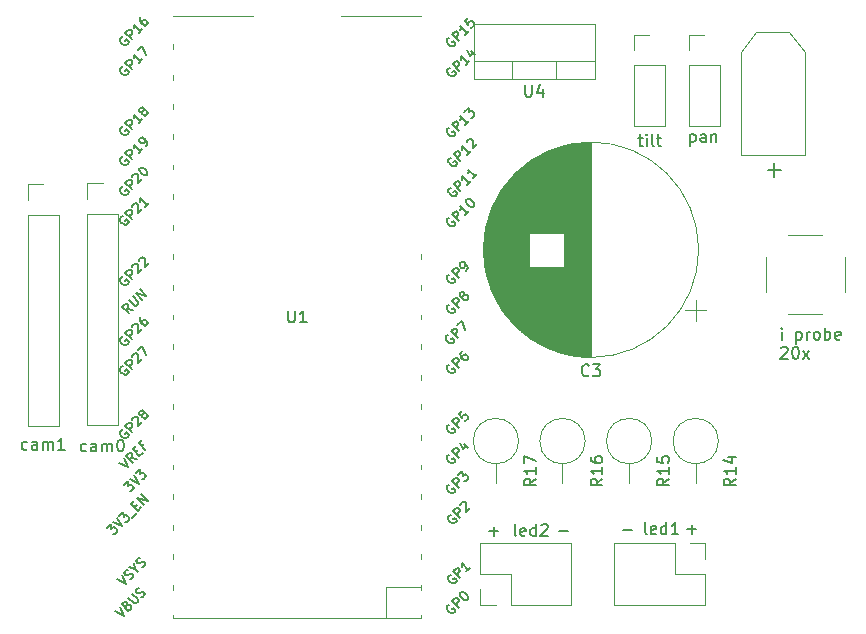
<source format=gbr>
%TF.GenerationSoftware,KiCad,Pcbnew,7.0.1*%
%TF.CreationDate,2023-10-17T15:07:37+02:00*%
%TF.ProjectId,dual-cam-pcb,6475616c-2d63-4616-9d2d-7063622e6b69,rev?*%
%TF.SameCoordinates,Original*%
%TF.FileFunction,Legend,Top*%
%TF.FilePolarity,Positive*%
%FSLAX46Y46*%
G04 Gerber Fmt 4.6, Leading zero omitted, Abs format (unit mm)*
G04 Created by KiCad (PCBNEW 7.0.1) date 2023-10-17 15:07:37*
%MOMM*%
%LPD*%
G01*
G04 APERTURE LIST*
%ADD10C,0.150000*%
%ADD11C,0.120000*%
%ADD12C,2.400000*%
%ADD13O,2.400000X2.400000*%
%ADD14C,2.050000*%
%ADD15C,2.250000*%
%ADD16C,3.200000*%
%ADD17R,1.700000X1.700000*%
%ADD18O,1.700000X1.700000*%
%ADD19C,1.800000*%
%ADD20R,1.905000X2.000000*%
%ADD21O,1.905000X2.000000*%
%ADD22R,3.800000X3.800000*%
%ADD23C,3.800000*%
%ADD24R,2.400000X2.400000*%
G04 APERTURE END LIST*
D10*
X76116666Y-92880000D02*
X76021428Y-92927619D01*
X76021428Y-92927619D02*
X75830952Y-92927619D01*
X75830952Y-92927619D02*
X75735714Y-92880000D01*
X75735714Y-92880000D02*
X75688095Y-92832380D01*
X75688095Y-92832380D02*
X75640476Y-92737142D01*
X75640476Y-92737142D02*
X75640476Y-92451428D01*
X75640476Y-92451428D02*
X75688095Y-92356190D01*
X75688095Y-92356190D02*
X75735714Y-92308571D01*
X75735714Y-92308571D02*
X75830952Y-92260952D01*
X75830952Y-92260952D02*
X76021428Y-92260952D01*
X76021428Y-92260952D02*
X76116666Y-92308571D01*
X76973809Y-92927619D02*
X76973809Y-92403809D01*
X76973809Y-92403809D02*
X76926190Y-92308571D01*
X76926190Y-92308571D02*
X76830952Y-92260952D01*
X76830952Y-92260952D02*
X76640476Y-92260952D01*
X76640476Y-92260952D02*
X76545238Y-92308571D01*
X76973809Y-92880000D02*
X76878571Y-92927619D01*
X76878571Y-92927619D02*
X76640476Y-92927619D01*
X76640476Y-92927619D02*
X76545238Y-92880000D01*
X76545238Y-92880000D02*
X76497619Y-92784761D01*
X76497619Y-92784761D02*
X76497619Y-92689523D01*
X76497619Y-92689523D02*
X76545238Y-92594285D01*
X76545238Y-92594285D02*
X76640476Y-92546666D01*
X76640476Y-92546666D02*
X76878571Y-92546666D01*
X76878571Y-92546666D02*
X76973809Y-92499047D01*
X77450000Y-92927619D02*
X77450000Y-92260952D01*
X77450000Y-92356190D02*
X77497619Y-92308571D01*
X77497619Y-92308571D02*
X77592857Y-92260952D01*
X77592857Y-92260952D02*
X77735714Y-92260952D01*
X77735714Y-92260952D02*
X77830952Y-92308571D01*
X77830952Y-92308571D02*
X77878571Y-92403809D01*
X77878571Y-92403809D02*
X77878571Y-92927619D01*
X77878571Y-92403809D02*
X77926190Y-92308571D01*
X77926190Y-92308571D02*
X78021428Y-92260952D01*
X78021428Y-92260952D02*
X78164285Y-92260952D01*
X78164285Y-92260952D02*
X78259524Y-92308571D01*
X78259524Y-92308571D02*
X78307143Y-92403809D01*
X78307143Y-92403809D02*
X78307143Y-92927619D01*
X79307142Y-92927619D02*
X78735714Y-92927619D01*
X79021428Y-92927619D02*
X79021428Y-91927619D01*
X79021428Y-91927619D02*
X78926190Y-92070476D01*
X78926190Y-92070476D02*
X78830952Y-92165714D01*
X78830952Y-92165714D02*
X78735714Y-92213333D01*
X128580952Y-100077619D02*
X128485714Y-100030000D01*
X128485714Y-100030000D02*
X128438095Y-99934761D01*
X128438095Y-99934761D02*
X128438095Y-99077619D01*
X129342857Y-100030000D02*
X129247619Y-100077619D01*
X129247619Y-100077619D02*
X129057143Y-100077619D01*
X129057143Y-100077619D02*
X128961905Y-100030000D01*
X128961905Y-100030000D02*
X128914286Y-99934761D01*
X128914286Y-99934761D02*
X128914286Y-99553809D01*
X128914286Y-99553809D02*
X128961905Y-99458571D01*
X128961905Y-99458571D02*
X129057143Y-99410952D01*
X129057143Y-99410952D02*
X129247619Y-99410952D01*
X129247619Y-99410952D02*
X129342857Y-99458571D01*
X129342857Y-99458571D02*
X129390476Y-99553809D01*
X129390476Y-99553809D02*
X129390476Y-99649047D01*
X129390476Y-99649047D02*
X128914286Y-99744285D01*
X130247619Y-100077619D02*
X130247619Y-99077619D01*
X130247619Y-100030000D02*
X130152381Y-100077619D01*
X130152381Y-100077619D02*
X129961905Y-100077619D01*
X129961905Y-100077619D02*
X129866667Y-100030000D01*
X129866667Y-100030000D02*
X129819048Y-99982380D01*
X129819048Y-99982380D02*
X129771429Y-99887142D01*
X129771429Y-99887142D02*
X129771429Y-99601428D01*
X129771429Y-99601428D02*
X129819048Y-99506190D01*
X129819048Y-99506190D02*
X129866667Y-99458571D01*
X129866667Y-99458571D02*
X129961905Y-99410952D01*
X129961905Y-99410952D02*
X130152381Y-99410952D01*
X130152381Y-99410952D02*
X130247619Y-99458571D01*
X131247619Y-100077619D02*
X130676191Y-100077619D01*
X130961905Y-100077619D02*
X130961905Y-99077619D01*
X130961905Y-99077619D02*
X130866667Y-99220476D01*
X130866667Y-99220476D02*
X130771429Y-99315714D01*
X130771429Y-99315714D02*
X130676191Y-99363333D01*
X81116666Y-93030000D02*
X81021428Y-93077619D01*
X81021428Y-93077619D02*
X80830952Y-93077619D01*
X80830952Y-93077619D02*
X80735714Y-93030000D01*
X80735714Y-93030000D02*
X80688095Y-92982380D01*
X80688095Y-92982380D02*
X80640476Y-92887142D01*
X80640476Y-92887142D02*
X80640476Y-92601428D01*
X80640476Y-92601428D02*
X80688095Y-92506190D01*
X80688095Y-92506190D02*
X80735714Y-92458571D01*
X80735714Y-92458571D02*
X80830952Y-92410952D01*
X80830952Y-92410952D02*
X81021428Y-92410952D01*
X81021428Y-92410952D02*
X81116666Y-92458571D01*
X81973809Y-93077619D02*
X81973809Y-92553809D01*
X81973809Y-92553809D02*
X81926190Y-92458571D01*
X81926190Y-92458571D02*
X81830952Y-92410952D01*
X81830952Y-92410952D02*
X81640476Y-92410952D01*
X81640476Y-92410952D02*
X81545238Y-92458571D01*
X81973809Y-93030000D02*
X81878571Y-93077619D01*
X81878571Y-93077619D02*
X81640476Y-93077619D01*
X81640476Y-93077619D02*
X81545238Y-93030000D01*
X81545238Y-93030000D02*
X81497619Y-92934761D01*
X81497619Y-92934761D02*
X81497619Y-92839523D01*
X81497619Y-92839523D02*
X81545238Y-92744285D01*
X81545238Y-92744285D02*
X81640476Y-92696666D01*
X81640476Y-92696666D02*
X81878571Y-92696666D01*
X81878571Y-92696666D02*
X81973809Y-92649047D01*
X82450000Y-93077619D02*
X82450000Y-92410952D01*
X82450000Y-92506190D02*
X82497619Y-92458571D01*
X82497619Y-92458571D02*
X82592857Y-92410952D01*
X82592857Y-92410952D02*
X82735714Y-92410952D01*
X82735714Y-92410952D02*
X82830952Y-92458571D01*
X82830952Y-92458571D02*
X82878571Y-92553809D01*
X82878571Y-92553809D02*
X82878571Y-93077619D01*
X82878571Y-92553809D02*
X82926190Y-92458571D01*
X82926190Y-92458571D02*
X83021428Y-92410952D01*
X83021428Y-92410952D02*
X83164285Y-92410952D01*
X83164285Y-92410952D02*
X83259524Y-92458571D01*
X83259524Y-92458571D02*
X83307143Y-92553809D01*
X83307143Y-92553809D02*
X83307143Y-93077619D01*
X83973809Y-92077619D02*
X84069047Y-92077619D01*
X84069047Y-92077619D02*
X84164285Y-92125238D01*
X84164285Y-92125238D02*
X84211904Y-92172857D01*
X84211904Y-92172857D02*
X84259523Y-92268095D01*
X84259523Y-92268095D02*
X84307142Y-92458571D01*
X84307142Y-92458571D02*
X84307142Y-92696666D01*
X84307142Y-92696666D02*
X84259523Y-92887142D01*
X84259523Y-92887142D02*
X84211904Y-92982380D01*
X84211904Y-92982380D02*
X84164285Y-93030000D01*
X84164285Y-93030000D02*
X84069047Y-93077619D01*
X84069047Y-93077619D02*
X83973809Y-93077619D01*
X83973809Y-93077619D02*
X83878571Y-93030000D01*
X83878571Y-93030000D02*
X83830952Y-92982380D01*
X83830952Y-92982380D02*
X83783333Y-92887142D01*
X83783333Y-92887142D02*
X83735714Y-92696666D01*
X83735714Y-92696666D02*
X83735714Y-92458571D01*
X83735714Y-92458571D02*
X83783333Y-92268095D01*
X83783333Y-92268095D02*
X83830952Y-92172857D01*
X83830952Y-92172857D02*
X83878571Y-92125238D01*
X83878571Y-92125238D02*
X83973809Y-92077619D01*
X115238095Y-99846666D02*
X116000000Y-99846666D01*
X115619047Y-100227619D02*
X115619047Y-99465714D01*
X121138095Y-99846666D02*
X121900000Y-99846666D01*
X132238095Y-66210952D02*
X132238095Y-67210952D01*
X132238095Y-66258571D02*
X132333333Y-66210952D01*
X132333333Y-66210952D02*
X132523809Y-66210952D01*
X132523809Y-66210952D02*
X132619047Y-66258571D01*
X132619047Y-66258571D02*
X132666666Y-66306190D01*
X132666666Y-66306190D02*
X132714285Y-66401428D01*
X132714285Y-66401428D02*
X132714285Y-66687142D01*
X132714285Y-66687142D02*
X132666666Y-66782380D01*
X132666666Y-66782380D02*
X132619047Y-66830000D01*
X132619047Y-66830000D02*
X132523809Y-66877619D01*
X132523809Y-66877619D02*
X132333333Y-66877619D01*
X132333333Y-66877619D02*
X132238095Y-66830000D01*
X133571428Y-66877619D02*
X133571428Y-66353809D01*
X133571428Y-66353809D02*
X133523809Y-66258571D01*
X133523809Y-66258571D02*
X133428571Y-66210952D01*
X133428571Y-66210952D02*
X133238095Y-66210952D01*
X133238095Y-66210952D02*
X133142857Y-66258571D01*
X133571428Y-66830000D02*
X133476190Y-66877619D01*
X133476190Y-66877619D02*
X133238095Y-66877619D01*
X133238095Y-66877619D02*
X133142857Y-66830000D01*
X133142857Y-66830000D02*
X133095238Y-66734761D01*
X133095238Y-66734761D02*
X133095238Y-66639523D01*
X133095238Y-66639523D02*
X133142857Y-66544285D01*
X133142857Y-66544285D02*
X133238095Y-66496666D01*
X133238095Y-66496666D02*
X133476190Y-66496666D01*
X133476190Y-66496666D02*
X133571428Y-66449047D01*
X134047619Y-66210952D02*
X134047619Y-66877619D01*
X134047619Y-66306190D02*
X134095238Y-66258571D01*
X134095238Y-66258571D02*
X134190476Y-66210952D01*
X134190476Y-66210952D02*
X134333333Y-66210952D01*
X134333333Y-66210952D02*
X134428571Y-66258571D01*
X134428571Y-66258571D02*
X134476190Y-66353809D01*
X134476190Y-66353809D02*
X134476190Y-66877619D01*
X126538095Y-99746666D02*
X127300000Y-99746666D01*
X139988095Y-83607619D02*
X139988095Y-82940952D01*
X139988095Y-82607619D02*
X139940476Y-82655238D01*
X139940476Y-82655238D02*
X139988095Y-82702857D01*
X139988095Y-82702857D02*
X140035714Y-82655238D01*
X140035714Y-82655238D02*
X139988095Y-82607619D01*
X139988095Y-82607619D02*
X139988095Y-82702857D01*
X141226190Y-82940952D02*
X141226190Y-83940952D01*
X141226190Y-82988571D02*
X141321428Y-82940952D01*
X141321428Y-82940952D02*
X141511904Y-82940952D01*
X141511904Y-82940952D02*
X141607142Y-82988571D01*
X141607142Y-82988571D02*
X141654761Y-83036190D01*
X141654761Y-83036190D02*
X141702380Y-83131428D01*
X141702380Y-83131428D02*
X141702380Y-83417142D01*
X141702380Y-83417142D02*
X141654761Y-83512380D01*
X141654761Y-83512380D02*
X141607142Y-83560000D01*
X141607142Y-83560000D02*
X141511904Y-83607619D01*
X141511904Y-83607619D02*
X141321428Y-83607619D01*
X141321428Y-83607619D02*
X141226190Y-83560000D01*
X142130952Y-83607619D02*
X142130952Y-82940952D01*
X142130952Y-83131428D02*
X142178571Y-83036190D01*
X142178571Y-83036190D02*
X142226190Y-82988571D01*
X142226190Y-82988571D02*
X142321428Y-82940952D01*
X142321428Y-82940952D02*
X142416666Y-82940952D01*
X142892857Y-83607619D02*
X142797619Y-83560000D01*
X142797619Y-83560000D02*
X142750000Y-83512380D01*
X142750000Y-83512380D02*
X142702381Y-83417142D01*
X142702381Y-83417142D02*
X142702381Y-83131428D01*
X142702381Y-83131428D02*
X142750000Y-83036190D01*
X142750000Y-83036190D02*
X142797619Y-82988571D01*
X142797619Y-82988571D02*
X142892857Y-82940952D01*
X142892857Y-82940952D02*
X143035714Y-82940952D01*
X143035714Y-82940952D02*
X143130952Y-82988571D01*
X143130952Y-82988571D02*
X143178571Y-83036190D01*
X143178571Y-83036190D02*
X143226190Y-83131428D01*
X143226190Y-83131428D02*
X143226190Y-83417142D01*
X143226190Y-83417142D02*
X143178571Y-83512380D01*
X143178571Y-83512380D02*
X143130952Y-83560000D01*
X143130952Y-83560000D02*
X143035714Y-83607619D01*
X143035714Y-83607619D02*
X142892857Y-83607619D01*
X143654762Y-83607619D02*
X143654762Y-82607619D01*
X143654762Y-82988571D02*
X143750000Y-82940952D01*
X143750000Y-82940952D02*
X143940476Y-82940952D01*
X143940476Y-82940952D02*
X144035714Y-82988571D01*
X144035714Y-82988571D02*
X144083333Y-83036190D01*
X144083333Y-83036190D02*
X144130952Y-83131428D01*
X144130952Y-83131428D02*
X144130952Y-83417142D01*
X144130952Y-83417142D02*
X144083333Y-83512380D01*
X144083333Y-83512380D02*
X144035714Y-83560000D01*
X144035714Y-83560000D02*
X143940476Y-83607619D01*
X143940476Y-83607619D02*
X143750000Y-83607619D01*
X143750000Y-83607619D02*
X143654762Y-83560000D01*
X144940476Y-83560000D02*
X144845238Y-83607619D01*
X144845238Y-83607619D02*
X144654762Y-83607619D01*
X144654762Y-83607619D02*
X144559524Y-83560000D01*
X144559524Y-83560000D02*
X144511905Y-83464761D01*
X144511905Y-83464761D02*
X144511905Y-83083809D01*
X144511905Y-83083809D02*
X144559524Y-82988571D01*
X144559524Y-82988571D02*
X144654762Y-82940952D01*
X144654762Y-82940952D02*
X144845238Y-82940952D01*
X144845238Y-82940952D02*
X144940476Y-82988571D01*
X144940476Y-82988571D02*
X144988095Y-83083809D01*
X144988095Y-83083809D02*
X144988095Y-83179047D01*
X144988095Y-83179047D02*
X144511905Y-83274285D01*
X139940476Y-84322857D02*
X139988095Y-84275238D01*
X139988095Y-84275238D02*
X140083333Y-84227619D01*
X140083333Y-84227619D02*
X140321428Y-84227619D01*
X140321428Y-84227619D02*
X140416666Y-84275238D01*
X140416666Y-84275238D02*
X140464285Y-84322857D01*
X140464285Y-84322857D02*
X140511904Y-84418095D01*
X140511904Y-84418095D02*
X140511904Y-84513333D01*
X140511904Y-84513333D02*
X140464285Y-84656190D01*
X140464285Y-84656190D02*
X139892857Y-85227619D01*
X139892857Y-85227619D02*
X140511904Y-85227619D01*
X141130952Y-84227619D02*
X141226190Y-84227619D01*
X141226190Y-84227619D02*
X141321428Y-84275238D01*
X141321428Y-84275238D02*
X141369047Y-84322857D01*
X141369047Y-84322857D02*
X141416666Y-84418095D01*
X141416666Y-84418095D02*
X141464285Y-84608571D01*
X141464285Y-84608571D02*
X141464285Y-84846666D01*
X141464285Y-84846666D02*
X141416666Y-85037142D01*
X141416666Y-85037142D02*
X141369047Y-85132380D01*
X141369047Y-85132380D02*
X141321428Y-85180000D01*
X141321428Y-85180000D02*
X141226190Y-85227619D01*
X141226190Y-85227619D02*
X141130952Y-85227619D01*
X141130952Y-85227619D02*
X141035714Y-85180000D01*
X141035714Y-85180000D02*
X140988095Y-85132380D01*
X140988095Y-85132380D02*
X140940476Y-85037142D01*
X140940476Y-85037142D02*
X140892857Y-84846666D01*
X140892857Y-84846666D02*
X140892857Y-84608571D01*
X140892857Y-84608571D02*
X140940476Y-84418095D01*
X140940476Y-84418095D02*
X140988095Y-84322857D01*
X140988095Y-84322857D02*
X141035714Y-84275238D01*
X141035714Y-84275238D02*
X141130952Y-84227619D01*
X141797619Y-85227619D02*
X142321428Y-84560952D01*
X141797619Y-84560952D02*
X142321428Y-85227619D01*
X117530952Y-100227619D02*
X117435714Y-100180000D01*
X117435714Y-100180000D02*
X117388095Y-100084761D01*
X117388095Y-100084761D02*
X117388095Y-99227619D01*
X118292857Y-100180000D02*
X118197619Y-100227619D01*
X118197619Y-100227619D02*
X118007143Y-100227619D01*
X118007143Y-100227619D02*
X117911905Y-100180000D01*
X117911905Y-100180000D02*
X117864286Y-100084761D01*
X117864286Y-100084761D02*
X117864286Y-99703809D01*
X117864286Y-99703809D02*
X117911905Y-99608571D01*
X117911905Y-99608571D02*
X118007143Y-99560952D01*
X118007143Y-99560952D02*
X118197619Y-99560952D01*
X118197619Y-99560952D02*
X118292857Y-99608571D01*
X118292857Y-99608571D02*
X118340476Y-99703809D01*
X118340476Y-99703809D02*
X118340476Y-99799047D01*
X118340476Y-99799047D02*
X117864286Y-99894285D01*
X119197619Y-100227619D02*
X119197619Y-99227619D01*
X119197619Y-100180000D02*
X119102381Y-100227619D01*
X119102381Y-100227619D02*
X118911905Y-100227619D01*
X118911905Y-100227619D02*
X118816667Y-100180000D01*
X118816667Y-100180000D02*
X118769048Y-100132380D01*
X118769048Y-100132380D02*
X118721429Y-100037142D01*
X118721429Y-100037142D02*
X118721429Y-99751428D01*
X118721429Y-99751428D02*
X118769048Y-99656190D01*
X118769048Y-99656190D02*
X118816667Y-99608571D01*
X118816667Y-99608571D02*
X118911905Y-99560952D01*
X118911905Y-99560952D02*
X119102381Y-99560952D01*
X119102381Y-99560952D02*
X119197619Y-99608571D01*
X119626191Y-99322857D02*
X119673810Y-99275238D01*
X119673810Y-99275238D02*
X119769048Y-99227619D01*
X119769048Y-99227619D02*
X120007143Y-99227619D01*
X120007143Y-99227619D02*
X120102381Y-99275238D01*
X120102381Y-99275238D02*
X120150000Y-99322857D01*
X120150000Y-99322857D02*
X120197619Y-99418095D01*
X120197619Y-99418095D02*
X120197619Y-99513333D01*
X120197619Y-99513333D02*
X120150000Y-99656190D01*
X120150000Y-99656190D02*
X119578572Y-100227619D01*
X119578572Y-100227619D02*
X120197619Y-100227619D01*
X131988095Y-99646666D02*
X132750000Y-99646666D01*
X132369047Y-100027619D02*
X132369047Y-99265714D01*
X127845238Y-66560952D02*
X128226190Y-66560952D01*
X127988095Y-66227619D02*
X127988095Y-67084761D01*
X127988095Y-67084761D02*
X128035714Y-67180000D01*
X128035714Y-67180000D02*
X128130952Y-67227619D01*
X128130952Y-67227619D02*
X128226190Y-67227619D01*
X128559524Y-67227619D02*
X128559524Y-66560952D01*
X128559524Y-66227619D02*
X128511905Y-66275238D01*
X128511905Y-66275238D02*
X128559524Y-66322857D01*
X128559524Y-66322857D02*
X128607143Y-66275238D01*
X128607143Y-66275238D02*
X128559524Y-66227619D01*
X128559524Y-66227619D02*
X128559524Y-66322857D01*
X129178571Y-67227619D02*
X129083333Y-67180000D01*
X129083333Y-67180000D02*
X129035714Y-67084761D01*
X129035714Y-67084761D02*
X129035714Y-66227619D01*
X129416667Y-66560952D02*
X129797619Y-66560952D01*
X129559524Y-66227619D02*
X129559524Y-67084761D01*
X129559524Y-67084761D02*
X129607143Y-67180000D01*
X129607143Y-67180000D02*
X129702381Y-67227619D01*
X129702381Y-67227619D02*
X129797619Y-67227619D01*
%TO.C,R14*%
X136102619Y-95382857D02*
X135626428Y-95716190D01*
X136102619Y-95954285D02*
X135102619Y-95954285D01*
X135102619Y-95954285D02*
X135102619Y-95573333D01*
X135102619Y-95573333D02*
X135150238Y-95478095D01*
X135150238Y-95478095D02*
X135197857Y-95430476D01*
X135197857Y-95430476D02*
X135293095Y-95382857D01*
X135293095Y-95382857D02*
X135435952Y-95382857D01*
X135435952Y-95382857D02*
X135531190Y-95430476D01*
X135531190Y-95430476D02*
X135578809Y-95478095D01*
X135578809Y-95478095D02*
X135626428Y-95573333D01*
X135626428Y-95573333D02*
X135626428Y-95954285D01*
X136102619Y-94430476D02*
X136102619Y-95001904D01*
X136102619Y-94716190D02*
X135102619Y-94716190D01*
X135102619Y-94716190D02*
X135245476Y-94811428D01*
X135245476Y-94811428D02*
X135340714Y-94906666D01*
X135340714Y-94906666D02*
X135388333Y-95001904D01*
X135435952Y-93573333D02*
X136102619Y-93573333D01*
X135055000Y-93811428D02*
X135769285Y-94049523D01*
X135769285Y-94049523D02*
X135769285Y-93430476D01*
%TO.C,R16*%
X124822619Y-95382857D02*
X124346428Y-95716190D01*
X124822619Y-95954285D02*
X123822619Y-95954285D01*
X123822619Y-95954285D02*
X123822619Y-95573333D01*
X123822619Y-95573333D02*
X123870238Y-95478095D01*
X123870238Y-95478095D02*
X123917857Y-95430476D01*
X123917857Y-95430476D02*
X124013095Y-95382857D01*
X124013095Y-95382857D02*
X124155952Y-95382857D01*
X124155952Y-95382857D02*
X124251190Y-95430476D01*
X124251190Y-95430476D02*
X124298809Y-95478095D01*
X124298809Y-95478095D02*
X124346428Y-95573333D01*
X124346428Y-95573333D02*
X124346428Y-95954285D01*
X124822619Y-94430476D02*
X124822619Y-95001904D01*
X124822619Y-94716190D02*
X123822619Y-94716190D01*
X123822619Y-94716190D02*
X123965476Y-94811428D01*
X123965476Y-94811428D02*
X124060714Y-94906666D01*
X124060714Y-94906666D02*
X124108333Y-95001904D01*
X123822619Y-93573333D02*
X123822619Y-93763809D01*
X123822619Y-93763809D02*
X123870238Y-93859047D01*
X123870238Y-93859047D02*
X123917857Y-93906666D01*
X123917857Y-93906666D02*
X124060714Y-94001904D01*
X124060714Y-94001904D02*
X124251190Y-94049523D01*
X124251190Y-94049523D02*
X124632142Y-94049523D01*
X124632142Y-94049523D02*
X124727380Y-94001904D01*
X124727380Y-94001904D02*
X124775000Y-93954285D01*
X124775000Y-93954285D02*
X124822619Y-93859047D01*
X124822619Y-93859047D02*
X124822619Y-93668571D01*
X124822619Y-93668571D02*
X124775000Y-93573333D01*
X124775000Y-93573333D02*
X124727380Y-93525714D01*
X124727380Y-93525714D02*
X124632142Y-93478095D01*
X124632142Y-93478095D02*
X124394047Y-93478095D01*
X124394047Y-93478095D02*
X124298809Y-93525714D01*
X124298809Y-93525714D02*
X124251190Y-93573333D01*
X124251190Y-93573333D02*
X124203571Y-93668571D01*
X124203571Y-93668571D02*
X124203571Y-93859047D01*
X124203571Y-93859047D02*
X124251190Y-93954285D01*
X124251190Y-93954285D02*
X124298809Y-94001904D01*
X124298809Y-94001904D02*
X124394047Y-94049523D01*
%TO.C,R15*%
X130462619Y-95382857D02*
X129986428Y-95716190D01*
X130462619Y-95954285D02*
X129462619Y-95954285D01*
X129462619Y-95954285D02*
X129462619Y-95573333D01*
X129462619Y-95573333D02*
X129510238Y-95478095D01*
X129510238Y-95478095D02*
X129557857Y-95430476D01*
X129557857Y-95430476D02*
X129653095Y-95382857D01*
X129653095Y-95382857D02*
X129795952Y-95382857D01*
X129795952Y-95382857D02*
X129891190Y-95430476D01*
X129891190Y-95430476D02*
X129938809Y-95478095D01*
X129938809Y-95478095D02*
X129986428Y-95573333D01*
X129986428Y-95573333D02*
X129986428Y-95954285D01*
X130462619Y-94430476D02*
X130462619Y-95001904D01*
X130462619Y-94716190D02*
X129462619Y-94716190D01*
X129462619Y-94716190D02*
X129605476Y-94811428D01*
X129605476Y-94811428D02*
X129700714Y-94906666D01*
X129700714Y-94906666D02*
X129748333Y-95001904D01*
X129462619Y-93525714D02*
X129462619Y-94001904D01*
X129462619Y-94001904D02*
X129938809Y-94049523D01*
X129938809Y-94049523D02*
X129891190Y-94001904D01*
X129891190Y-94001904D02*
X129843571Y-93906666D01*
X129843571Y-93906666D02*
X129843571Y-93668571D01*
X129843571Y-93668571D02*
X129891190Y-93573333D01*
X129891190Y-93573333D02*
X129938809Y-93525714D01*
X129938809Y-93525714D02*
X130034047Y-93478095D01*
X130034047Y-93478095D02*
X130272142Y-93478095D01*
X130272142Y-93478095D02*
X130367380Y-93525714D01*
X130367380Y-93525714D02*
X130415000Y-93573333D01*
X130415000Y-93573333D02*
X130462619Y-93668571D01*
X130462619Y-93668571D02*
X130462619Y-93906666D01*
X130462619Y-93906666D02*
X130415000Y-94001904D01*
X130415000Y-94001904D02*
X130367380Y-94049523D01*
%TO.C,U1*%
X98213095Y-81157619D02*
X98213095Y-81967142D01*
X98213095Y-81967142D02*
X98260714Y-82062380D01*
X98260714Y-82062380D02*
X98308333Y-82110000D01*
X98308333Y-82110000D02*
X98403571Y-82157619D01*
X98403571Y-82157619D02*
X98594047Y-82157619D01*
X98594047Y-82157619D02*
X98689285Y-82110000D01*
X98689285Y-82110000D02*
X98736904Y-82062380D01*
X98736904Y-82062380D02*
X98784523Y-81967142D01*
X98784523Y-81967142D02*
X98784523Y-81157619D01*
X99784523Y-82157619D02*
X99213095Y-82157619D01*
X99498809Y-82157619D02*
X99498809Y-81157619D01*
X99498809Y-81157619D02*
X99403571Y-81300476D01*
X99403571Y-81300476D02*
X99308333Y-81395714D01*
X99308333Y-81395714D02*
X99213095Y-81443333D01*
X82877923Y-99564099D02*
X83228109Y-99213913D01*
X83228109Y-99213913D02*
X83255046Y-99617974D01*
X83255046Y-99617974D02*
X83335859Y-99537162D01*
X83335859Y-99537162D02*
X83416671Y-99510224D01*
X83416671Y-99510224D02*
X83470546Y-99510224D01*
X83470546Y-99510224D02*
X83551358Y-99537162D01*
X83551358Y-99537162D02*
X83686045Y-99671849D01*
X83686045Y-99671849D02*
X83712982Y-99752661D01*
X83712982Y-99752661D02*
X83712982Y-99806536D01*
X83712982Y-99806536D02*
X83686045Y-99887348D01*
X83686045Y-99887348D02*
X83524420Y-100048972D01*
X83524420Y-100048972D02*
X83443608Y-100075910D01*
X83443608Y-100075910D02*
X83389733Y-100075910D01*
X83389733Y-99052288D02*
X84143981Y-99429412D01*
X84143981Y-99429412D02*
X83766857Y-98675165D01*
X83901544Y-98540478D02*
X84251730Y-98190292D01*
X84251730Y-98190292D02*
X84278668Y-98594353D01*
X84278668Y-98594353D02*
X84359480Y-98513541D01*
X84359480Y-98513541D02*
X84440292Y-98486603D01*
X84440292Y-98486603D02*
X84494167Y-98486603D01*
X84494167Y-98486603D02*
X84574979Y-98513541D01*
X84574979Y-98513541D02*
X84709666Y-98648228D01*
X84709666Y-98648228D02*
X84736603Y-98729040D01*
X84736603Y-98729040D02*
X84736603Y-98782915D01*
X84736603Y-98782915D02*
X84709666Y-98863727D01*
X84709666Y-98863727D02*
X84548042Y-99025351D01*
X84548042Y-99025351D02*
X84467229Y-99052289D01*
X84467229Y-99052289D02*
X84413355Y-99052289D01*
X84979040Y-98702102D02*
X85410039Y-98271104D01*
X85194539Y-97786230D02*
X85383101Y-97597669D01*
X85760225Y-97813168D02*
X85490851Y-98082542D01*
X85490851Y-98082542D02*
X84925165Y-97516856D01*
X84925165Y-97516856D02*
X85194539Y-97247482D01*
X86002662Y-97570731D02*
X85436976Y-97005045D01*
X85436976Y-97005045D02*
X86325911Y-97247482D01*
X86325911Y-97247482D02*
X85760225Y-96681797D01*
X84199513Y-91200384D02*
X84118701Y-91227321D01*
X84118701Y-91227321D02*
X84037889Y-91308133D01*
X84037889Y-91308133D02*
X83984014Y-91415883D01*
X83984014Y-91415883D02*
X83984014Y-91523632D01*
X83984014Y-91523632D02*
X84010951Y-91604445D01*
X84010951Y-91604445D02*
X84091764Y-91739132D01*
X84091764Y-91739132D02*
X84172576Y-91819944D01*
X84172576Y-91819944D02*
X84307263Y-91900756D01*
X84307263Y-91900756D02*
X84388075Y-91927693D01*
X84388075Y-91927693D02*
X84495825Y-91927693D01*
X84495825Y-91927693D02*
X84603574Y-91873819D01*
X84603574Y-91873819D02*
X84657449Y-91819944D01*
X84657449Y-91819944D02*
X84711324Y-91712194D01*
X84711324Y-91712194D02*
X84711324Y-91658319D01*
X84711324Y-91658319D02*
X84522762Y-91469758D01*
X84522762Y-91469758D02*
X84415012Y-91577507D01*
X85007635Y-91469758D02*
X84441950Y-90904072D01*
X84441950Y-90904072D02*
X84657449Y-90688573D01*
X84657449Y-90688573D02*
X84738261Y-90661636D01*
X84738261Y-90661636D02*
X84792136Y-90661636D01*
X84792136Y-90661636D02*
X84872948Y-90688573D01*
X84872948Y-90688573D02*
X84953760Y-90769385D01*
X84953760Y-90769385D02*
X84980698Y-90850197D01*
X84980698Y-90850197D02*
X84980698Y-90904072D01*
X84980698Y-90904072D02*
X84953760Y-90984884D01*
X84953760Y-90984884D02*
X84738261Y-91200384D01*
X85034573Y-90419199D02*
X85034573Y-90365324D01*
X85034573Y-90365324D02*
X85061510Y-90284512D01*
X85061510Y-90284512D02*
X85196197Y-90149825D01*
X85196197Y-90149825D02*
X85277009Y-90122887D01*
X85277009Y-90122887D02*
X85330884Y-90122887D01*
X85330884Y-90122887D02*
X85411696Y-90149825D01*
X85411696Y-90149825D02*
X85465571Y-90203700D01*
X85465571Y-90203700D02*
X85519446Y-90311449D01*
X85519446Y-90311449D02*
X85519446Y-90957947D01*
X85519446Y-90957947D02*
X85869632Y-90607761D01*
X85869632Y-89961263D02*
X85788820Y-89988200D01*
X85788820Y-89988200D02*
X85734945Y-89988200D01*
X85734945Y-89988200D02*
X85654133Y-89961263D01*
X85654133Y-89961263D02*
X85627196Y-89934326D01*
X85627196Y-89934326D02*
X85600258Y-89853513D01*
X85600258Y-89853513D02*
X85600258Y-89799638D01*
X85600258Y-89799638D02*
X85627196Y-89718826D01*
X85627196Y-89718826D02*
X85734945Y-89611077D01*
X85734945Y-89611077D02*
X85815757Y-89584139D01*
X85815757Y-89584139D02*
X85869632Y-89584139D01*
X85869632Y-89584139D02*
X85950444Y-89611077D01*
X85950444Y-89611077D02*
X85977382Y-89638014D01*
X85977382Y-89638014D02*
X86004319Y-89718826D01*
X86004319Y-89718826D02*
X86004319Y-89772701D01*
X86004319Y-89772701D02*
X85977382Y-89853513D01*
X85977382Y-89853513D02*
X85869632Y-89961263D01*
X85869632Y-89961263D02*
X85842695Y-90042075D01*
X85842695Y-90042075D02*
X85842695Y-90095950D01*
X85842695Y-90095950D02*
X85869632Y-90176762D01*
X85869632Y-90176762D02*
X85977382Y-90284512D01*
X85977382Y-90284512D02*
X86058194Y-90311449D01*
X86058194Y-90311449D02*
X86112069Y-90311449D01*
X86112069Y-90311449D02*
X86192881Y-90284512D01*
X86192881Y-90284512D02*
X86300631Y-90176762D01*
X86300631Y-90176762D02*
X86327568Y-90095950D01*
X86327568Y-90095950D02*
X86327568Y-90042075D01*
X86327568Y-90042075D02*
X86300631Y-89961263D01*
X86300631Y-89961263D02*
X86192881Y-89853513D01*
X86192881Y-89853513D02*
X86112069Y-89826576D01*
X86112069Y-89826576D02*
X86058194Y-89826576D01*
X86058194Y-89826576D02*
X85977382Y-89853513D01*
X84199513Y-70626384D02*
X84118701Y-70653321D01*
X84118701Y-70653321D02*
X84037889Y-70734133D01*
X84037889Y-70734133D02*
X83984014Y-70841883D01*
X83984014Y-70841883D02*
X83984014Y-70949632D01*
X83984014Y-70949632D02*
X84010951Y-71030445D01*
X84010951Y-71030445D02*
X84091764Y-71165132D01*
X84091764Y-71165132D02*
X84172576Y-71245944D01*
X84172576Y-71245944D02*
X84307263Y-71326756D01*
X84307263Y-71326756D02*
X84388075Y-71353693D01*
X84388075Y-71353693D02*
X84495825Y-71353693D01*
X84495825Y-71353693D02*
X84603574Y-71299819D01*
X84603574Y-71299819D02*
X84657449Y-71245944D01*
X84657449Y-71245944D02*
X84711324Y-71138194D01*
X84711324Y-71138194D02*
X84711324Y-71084319D01*
X84711324Y-71084319D02*
X84522762Y-70895758D01*
X84522762Y-70895758D02*
X84415012Y-71003507D01*
X85007635Y-70895758D02*
X84441950Y-70330072D01*
X84441950Y-70330072D02*
X84657449Y-70114573D01*
X84657449Y-70114573D02*
X84738261Y-70087636D01*
X84738261Y-70087636D02*
X84792136Y-70087636D01*
X84792136Y-70087636D02*
X84872948Y-70114573D01*
X84872948Y-70114573D02*
X84953760Y-70195385D01*
X84953760Y-70195385D02*
X84980698Y-70276197D01*
X84980698Y-70276197D02*
X84980698Y-70330072D01*
X84980698Y-70330072D02*
X84953760Y-70410884D01*
X84953760Y-70410884D02*
X84738261Y-70626384D01*
X85034573Y-69845199D02*
X85034573Y-69791324D01*
X85034573Y-69791324D02*
X85061510Y-69710512D01*
X85061510Y-69710512D02*
X85196197Y-69575825D01*
X85196197Y-69575825D02*
X85277009Y-69548887D01*
X85277009Y-69548887D02*
X85330884Y-69548887D01*
X85330884Y-69548887D02*
X85411696Y-69575825D01*
X85411696Y-69575825D02*
X85465571Y-69629700D01*
X85465571Y-69629700D02*
X85519446Y-69737449D01*
X85519446Y-69737449D02*
X85519446Y-70383947D01*
X85519446Y-70383947D02*
X85869632Y-70033761D01*
X85654133Y-69117889D02*
X85708008Y-69064014D01*
X85708008Y-69064014D02*
X85788820Y-69037077D01*
X85788820Y-69037077D02*
X85842695Y-69037077D01*
X85842695Y-69037077D02*
X85923507Y-69064014D01*
X85923507Y-69064014D02*
X86058194Y-69144826D01*
X86058194Y-69144826D02*
X86192881Y-69279513D01*
X86192881Y-69279513D02*
X86273693Y-69414200D01*
X86273693Y-69414200D02*
X86300631Y-69495013D01*
X86300631Y-69495013D02*
X86300631Y-69548887D01*
X86300631Y-69548887D02*
X86273693Y-69629700D01*
X86273693Y-69629700D02*
X86219818Y-69683574D01*
X86219818Y-69683574D02*
X86139006Y-69710512D01*
X86139006Y-69710512D02*
X86085131Y-69710512D01*
X86085131Y-69710512D02*
X86004319Y-69683574D01*
X86004319Y-69683574D02*
X85869632Y-69602762D01*
X85869632Y-69602762D02*
X85734945Y-69468075D01*
X85734945Y-69468075D02*
X85654133Y-69333388D01*
X85654133Y-69333388D02*
X85627196Y-69252576D01*
X85627196Y-69252576D02*
X85627196Y-69198701D01*
X85627196Y-69198701D02*
X85654133Y-69117889D01*
X111864888Y-85717009D02*
X111784075Y-85743946D01*
X111784075Y-85743946D02*
X111703263Y-85824759D01*
X111703263Y-85824759D02*
X111649388Y-85932508D01*
X111649388Y-85932508D02*
X111649388Y-86040258D01*
X111649388Y-86040258D02*
X111676326Y-86121070D01*
X111676326Y-86121070D02*
X111757138Y-86255757D01*
X111757138Y-86255757D02*
X111837950Y-86336569D01*
X111837950Y-86336569D02*
X111972637Y-86417382D01*
X111972637Y-86417382D02*
X112053449Y-86444319D01*
X112053449Y-86444319D02*
X112161199Y-86444319D01*
X112161199Y-86444319D02*
X112268949Y-86390444D01*
X112268949Y-86390444D02*
X112322823Y-86336569D01*
X112322823Y-86336569D02*
X112376698Y-86228820D01*
X112376698Y-86228820D02*
X112376698Y-86174945D01*
X112376698Y-86174945D02*
X112188136Y-85986383D01*
X112188136Y-85986383D02*
X112080387Y-86094133D01*
X112673010Y-85986383D02*
X112107324Y-85420698D01*
X112107324Y-85420698D02*
X112322823Y-85205198D01*
X112322823Y-85205198D02*
X112403636Y-85178261D01*
X112403636Y-85178261D02*
X112457510Y-85178261D01*
X112457510Y-85178261D02*
X112538323Y-85205198D01*
X112538323Y-85205198D02*
X112619135Y-85286011D01*
X112619135Y-85286011D02*
X112646072Y-85366823D01*
X112646072Y-85366823D02*
X112646072Y-85420698D01*
X112646072Y-85420698D02*
X112619135Y-85501510D01*
X112619135Y-85501510D02*
X112403636Y-85717009D01*
X112915446Y-84612576D02*
X112807697Y-84720325D01*
X112807697Y-84720325D02*
X112780759Y-84801137D01*
X112780759Y-84801137D02*
X112780759Y-84855012D01*
X112780759Y-84855012D02*
X112807697Y-84989699D01*
X112807697Y-84989699D02*
X112888509Y-85124386D01*
X112888509Y-85124386D02*
X113104008Y-85339885D01*
X113104008Y-85339885D02*
X113184820Y-85366823D01*
X113184820Y-85366823D02*
X113238695Y-85366823D01*
X113238695Y-85366823D02*
X113319507Y-85339885D01*
X113319507Y-85339885D02*
X113427257Y-85232136D01*
X113427257Y-85232136D02*
X113454194Y-85151324D01*
X113454194Y-85151324D02*
X113454194Y-85097449D01*
X113454194Y-85097449D02*
X113427257Y-85016637D01*
X113427257Y-85016637D02*
X113292570Y-84881950D01*
X113292570Y-84881950D02*
X113211758Y-84855012D01*
X113211758Y-84855012D02*
X113157883Y-84855012D01*
X113157883Y-84855012D02*
X113077071Y-84881950D01*
X113077071Y-84881950D02*
X112969321Y-84989699D01*
X112969321Y-84989699D02*
X112942384Y-85070511D01*
X112942384Y-85070511D02*
X112942384Y-85124386D01*
X112942384Y-85124386D02*
X112969321Y-85205198D01*
X84199513Y-78246384D02*
X84118701Y-78273321D01*
X84118701Y-78273321D02*
X84037889Y-78354133D01*
X84037889Y-78354133D02*
X83984014Y-78461883D01*
X83984014Y-78461883D02*
X83984014Y-78569632D01*
X83984014Y-78569632D02*
X84010951Y-78650445D01*
X84010951Y-78650445D02*
X84091764Y-78785132D01*
X84091764Y-78785132D02*
X84172576Y-78865944D01*
X84172576Y-78865944D02*
X84307263Y-78946756D01*
X84307263Y-78946756D02*
X84388075Y-78973693D01*
X84388075Y-78973693D02*
X84495825Y-78973693D01*
X84495825Y-78973693D02*
X84603574Y-78919819D01*
X84603574Y-78919819D02*
X84657449Y-78865944D01*
X84657449Y-78865944D02*
X84711324Y-78758194D01*
X84711324Y-78758194D02*
X84711324Y-78704319D01*
X84711324Y-78704319D02*
X84522762Y-78515758D01*
X84522762Y-78515758D02*
X84415012Y-78623507D01*
X85007635Y-78515758D02*
X84441950Y-77950072D01*
X84441950Y-77950072D02*
X84657449Y-77734573D01*
X84657449Y-77734573D02*
X84738261Y-77707636D01*
X84738261Y-77707636D02*
X84792136Y-77707636D01*
X84792136Y-77707636D02*
X84872948Y-77734573D01*
X84872948Y-77734573D02*
X84953760Y-77815385D01*
X84953760Y-77815385D02*
X84980698Y-77896197D01*
X84980698Y-77896197D02*
X84980698Y-77950072D01*
X84980698Y-77950072D02*
X84953760Y-78030884D01*
X84953760Y-78030884D02*
X84738261Y-78246384D01*
X85034573Y-77465199D02*
X85034573Y-77411324D01*
X85034573Y-77411324D02*
X85061510Y-77330512D01*
X85061510Y-77330512D02*
X85196197Y-77195825D01*
X85196197Y-77195825D02*
X85277009Y-77168887D01*
X85277009Y-77168887D02*
X85330884Y-77168887D01*
X85330884Y-77168887D02*
X85411696Y-77195825D01*
X85411696Y-77195825D02*
X85465571Y-77249700D01*
X85465571Y-77249700D02*
X85519446Y-77357449D01*
X85519446Y-77357449D02*
X85519446Y-78003947D01*
X85519446Y-78003947D02*
X85869632Y-77653761D01*
X85573321Y-76926451D02*
X85573321Y-76872576D01*
X85573321Y-76872576D02*
X85600258Y-76791764D01*
X85600258Y-76791764D02*
X85734945Y-76657077D01*
X85734945Y-76657077D02*
X85815757Y-76630139D01*
X85815757Y-76630139D02*
X85869632Y-76630139D01*
X85869632Y-76630139D02*
X85950444Y-76657077D01*
X85950444Y-76657077D02*
X86004319Y-76710951D01*
X86004319Y-76710951D02*
X86058194Y-76818701D01*
X86058194Y-76818701D02*
X86058194Y-77465199D01*
X86058194Y-77465199D02*
X86408380Y-77115013D01*
X111964888Y-98417009D02*
X111884075Y-98443946D01*
X111884075Y-98443946D02*
X111803263Y-98524759D01*
X111803263Y-98524759D02*
X111749388Y-98632508D01*
X111749388Y-98632508D02*
X111749388Y-98740258D01*
X111749388Y-98740258D02*
X111776326Y-98821070D01*
X111776326Y-98821070D02*
X111857138Y-98955757D01*
X111857138Y-98955757D02*
X111937950Y-99036569D01*
X111937950Y-99036569D02*
X112072637Y-99117382D01*
X112072637Y-99117382D02*
X112153449Y-99144319D01*
X112153449Y-99144319D02*
X112261199Y-99144319D01*
X112261199Y-99144319D02*
X112368949Y-99090444D01*
X112368949Y-99090444D02*
X112422823Y-99036569D01*
X112422823Y-99036569D02*
X112476698Y-98928820D01*
X112476698Y-98928820D02*
X112476698Y-98874945D01*
X112476698Y-98874945D02*
X112288136Y-98686383D01*
X112288136Y-98686383D02*
X112180387Y-98794133D01*
X112773010Y-98686383D02*
X112207324Y-98120698D01*
X112207324Y-98120698D02*
X112422823Y-97905198D01*
X112422823Y-97905198D02*
X112503636Y-97878261D01*
X112503636Y-97878261D02*
X112557510Y-97878261D01*
X112557510Y-97878261D02*
X112638323Y-97905198D01*
X112638323Y-97905198D02*
X112719135Y-97986011D01*
X112719135Y-97986011D02*
X112746072Y-98066823D01*
X112746072Y-98066823D02*
X112746072Y-98120698D01*
X112746072Y-98120698D02*
X112719135Y-98201510D01*
X112719135Y-98201510D02*
X112503636Y-98417009D01*
X112799947Y-97635824D02*
X112799947Y-97581950D01*
X112799947Y-97581950D02*
X112826884Y-97501137D01*
X112826884Y-97501137D02*
X112961571Y-97366450D01*
X112961571Y-97366450D02*
X113042384Y-97339513D01*
X113042384Y-97339513D02*
X113096258Y-97339513D01*
X113096258Y-97339513D02*
X113177071Y-97366450D01*
X113177071Y-97366450D02*
X113230945Y-97420325D01*
X113230945Y-97420325D02*
X113284820Y-97528075D01*
X113284820Y-97528075D02*
X113284820Y-98174572D01*
X113284820Y-98174572D02*
X113635006Y-97824386D01*
X111864888Y-80637009D02*
X111784075Y-80663946D01*
X111784075Y-80663946D02*
X111703263Y-80744759D01*
X111703263Y-80744759D02*
X111649388Y-80852508D01*
X111649388Y-80852508D02*
X111649388Y-80960258D01*
X111649388Y-80960258D02*
X111676326Y-81041070D01*
X111676326Y-81041070D02*
X111757138Y-81175757D01*
X111757138Y-81175757D02*
X111837950Y-81256569D01*
X111837950Y-81256569D02*
X111972637Y-81337382D01*
X111972637Y-81337382D02*
X112053449Y-81364319D01*
X112053449Y-81364319D02*
X112161199Y-81364319D01*
X112161199Y-81364319D02*
X112268949Y-81310444D01*
X112268949Y-81310444D02*
X112322823Y-81256569D01*
X112322823Y-81256569D02*
X112376698Y-81148820D01*
X112376698Y-81148820D02*
X112376698Y-81094945D01*
X112376698Y-81094945D02*
X112188136Y-80906383D01*
X112188136Y-80906383D02*
X112080387Y-81014133D01*
X112673010Y-80906383D02*
X112107324Y-80340698D01*
X112107324Y-80340698D02*
X112322823Y-80125198D01*
X112322823Y-80125198D02*
X112403636Y-80098261D01*
X112403636Y-80098261D02*
X112457510Y-80098261D01*
X112457510Y-80098261D02*
X112538323Y-80125198D01*
X112538323Y-80125198D02*
X112619135Y-80206011D01*
X112619135Y-80206011D02*
X112646072Y-80286823D01*
X112646072Y-80286823D02*
X112646072Y-80340698D01*
X112646072Y-80340698D02*
X112619135Y-80421510D01*
X112619135Y-80421510D02*
X112403636Y-80637009D01*
X112996258Y-79936637D02*
X112915446Y-79963574D01*
X112915446Y-79963574D02*
X112861571Y-79963574D01*
X112861571Y-79963574D02*
X112780759Y-79936637D01*
X112780759Y-79936637D02*
X112753822Y-79909699D01*
X112753822Y-79909699D02*
X112726884Y-79828887D01*
X112726884Y-79828887D02*
X112726884Y-79775012D01*
X112726884Y-79775012D02*
X112753822Y-79694200D01*
X112753822Y-79694200D02*
X112861571Y-79586450D01*
X112861571Y-79586450D02*
X112942384Y-79559513D01*
X112942384Y-79559513D02*
X112996258Y-79559513D01*
X112996258Y-79559513D02*
X113077071Y-79586450D01*
X113077071Y-79586450D02*
X113104008Y-79613388D01*
X113104008Y-79613388D02*
X113130945Y-79694200D01*
X113130945Y-79694200D02*
X113130945Y-79748075D01*
X113130945Y-79748075D02*
X113104008Y-79828887D01*
X113104008Y-79828887D02*
X112996258Y-79936637D01*
X112996258Y-79936637D02*
X112969321Y-80017449D01*
X112969321Y-80017449D02*
X112969321Y-80071324D01*
X112969321Y-80071324D02*
X112996258Y-80152136D01*
X112996258Y-80152136D02*
X113104008Y-80259885D01*
X113104008Y-80259885D02*
X113184820Y-80286823D01*
X113184820Y-80286823D02*
X113238695Y-80286823D01*
X113238695Y-80286823D02*
X113319507Y-80259885D01*
X113319507Y-80259885D02*
X113427257Y-80152136D01*
X113427257Y-80152136D02*
X113454194Y-80071324D01*
X113454194Y-80071324D02*
X113454194Y-80017449D01*
X113454194Y-80017449D02*
X113427257Y-79936637D01*
X113427257Y-79936637D02*
X113319507Y-79828887D01*
X113319507Y-79828887D02*
X113238695Y-79801950D01*
X113238695Y-79801950D02*
X113184820Y-79801950D01*
X113184820Y-79801950D02*
X113104008Y-79828887D01*
X111864888Y-90797009D02*
X111784075Y-90823946D01*
X111784075Y-90823946D02*
X111703263Y-90904759D01*
X111703263Y-90904759D02*
X111649388Y-91012508D01*
X111649388Y-91012508D02*
X111649388Y-91120258D01*
X111649388Y-91120258D02*
X111676326Y-91201070D01*
X111676326Y-91201070D02*
X111757138Y-91335757D01*
X111757138Y-91335757D02*
X111837950Y-91416569D01*
X111837950Y-91416569D02*
X111972637Y-91497382D01*
X111972637Y-91497382D02*
X112053449Y-91524319D01*
X112053449Y-91524319D02*
X112161199Y-91524319D01*
X112161199Y-91524319D02*
X112268949Y-91470444D01*
X112268949Y-91470444D02*
X112322823Y-91416569D01*
X112322823Y-91416569D02*
X112376698Y-91308820D01*
X112376698Y-91308820D02*
X112376698Y-91254945D01*
X112376698Y-91254945D02*
X112188136Y-91066383D01*
X112188136Y-91066383D02*
X112080387Y-91174133D01*
X112673010Y-91066383D02*
X112107324Y-90500698D01*
X112107324Y-90500698D02*
X112322823Y-90285198D01*
X112322823Y-90285198D02*
X112403636Y-90258261D01*
X112403636Y-90258261D02*
X112457510Y-90258261D01*
X112457510Y-90258261D02*
X112538323Y-90285198D01*
X112538323Y-90285198D02*
X112619135Y-90366011D01*
X112619135Y-90366011D02*
X112646072Y-90446823D01*
X112646072Y-90446823D02*
X112646072Y-90500698D01*
X112646072Y-90500698D02*
X112619135Y-90581510D01*
X112619135Y-90581510D02*
X112403636Y-90797009D01*
X112942384Y-89665638D02*
X112673010Y-89935012D01*
X112673010Y-89935012D02*
X112915446Y-90231324D01*
X112915446Y-90231324D02*
X112915446Y-90177449D01*
X112915446Y-90177449D02*
X112942384Y-90096637D01*
X112942384Y-90096637D02*
X113077071Y-89961950D01*
X113077071Y-89961950D02*
X113157883Y-89935012D01*
X113157883Y-89935012D02*
X113211758Y-89935012D01*
X113211758Y-89935012D02*
X113292570Y-89961950D01*
X113292570Y-89961950D02*
X113427257Y-90096637D01*
X113427257Y-90096637D02*
X113454194Y-90177449D01*
X113454194Y-90177449D02*
X113454194Y-90231324D01*
X113454194Y-90231324D02*
X113427257Y-90312136D01*
X113427257Y-90312136D02*
X113292570Y-90446823D01*
X113292570Y-90446823D02*
X113211758Y-90473760D01*
X113211758Y-90473760D02*
X113157883Y-90473760D01*
X111864888Y-106037009D02*
X111784075Y-106063946D01*
X111784075Y-106063946D02*
X111703263Y-106144759D01*
X111703263Y-106144759D02*
X111649388Y-106252508D01*
X111649388Y-106252508D02*
X111649388Y-106360258D01*
X111649388Y-106360258D02*
X111676326Y-106441070D01*
X111676326Y-106441070D02*
X111757138Y-106575757D01*
X111757138Y-106575757D02*
X111837950Y-106656569D01*
X111837950Y-106656569D02*
X111972637Y-106737382D01*
X111972637Y-106737382D02*
X112053449Y-106764319D01*
X112053449Y-106764319D02*
X112161199Y-106764319D01*
X112161199Y-106764319D02*
X112268949Y-106710444D01*
X112268949Y-106710444D02*
X112322823Y-106656569D01*
X112322823Y-106656569D02*
X112376698Y-106548820D01*
X112376698Y-106548820D02*
X112376698Y-106494945D01*
X112376698Y-106494945D02*
X112188136Y-106306383D01*
X112188136Y-106306383D02*
X112080387Y-106414133D01*
X112673010Y-106306383D02*
X112107324Y-105740698D01*
X112107324Y-105740698D02*
X112322823Y-105525198D01*
X112322823Y-105525198D02*
X112403636Y-105498261D01*
X112403636Y-105498261D02*
X112457510Y-105498261D01*
X112457510Y-105498261D02*
X112538323Y-105525198D01*
X112538323Y-105525198D02*
X112619135Y-105606011D01*
X112619135Y-105606011D02*
X112646072Y-105686823D01*
X112646072Y-105686823D02*
X112646072Y-105740698D01*
X112646072Y-105740698D02*
X112619135Y-105821510D01*
X112619135Y-105821510D02*
X112403636Y-106037009D01*
X112780759Y-105067263D02*
X112834634Y-105013388D01*
X112834634Y-105013388D02*
X112915446Y-104986450D01*
X112915446Y-104986450D02*
X112969321Y-104986450D01*
X112969321Y-104986450D02*
X113050133Y-105013388D01*
X113050133Y-105013388D02*
X113184820Y-105094200D01*
X113184820Y-105094200D02*
X113319507Y-105228887D01*
X113319507Y-105228887D02*
X113400319Y-105363574D01*
X113400319Y-105363574D02*
X113427257Y-105444386D01*
X113427257Y-105444386D02*
X113427257Y-105498261D01*
X113427257Y-105498261D02*
X113400319Y-105579073D01*
X113400319Y-105579073D02*
X113346445Y-105632948D01*
X113346445Y-105632948D02*
X113265632Y-105659885D01*
X113265632Y-105659885D02*
X113211758Y-105659885D01*
X113211758Y-105659885D02*
X113130945Y-105632948D01*
X113130945Y-105632948D02*
X112996258Y-105552136D01*
X112996258Y-105552136D02*
X112861571Y-105417449D01*
X112861571Y-105417449D02*
X112780759Y-105282762D01*
X112780759Y-105282762D02*
X112753822Y-105201950D01*
X112753822Y-105201950D02*
X112753822Y-105148075D01*
X112753822Y-105148075D02*
X112780759Y-105067263D01*
X83562921Y-106593101D02*
X84317168Y-106970224D01*
X84317168Y-106970224D02*
X83940045Y-106215977D01*
X84586542Y-106108228D02*
X84694292Y-106054353D01*
X84694292Y-106054353D02*
X84748167Y-106054353D01*
X84748167Y-106054353D02*
X84828979Y-106081290D01*
X84828979Y-106081290D02*
X84909791Y-106162103D01*
X84909791Y-106162103D02*
X84936728Y-106242915D01*
X84936728Y-106242915D02*
X84936728Y-106296790D01*
X84936728Y-106296790D02*
X84909791Y-106377602D01*
X84909791Y-106377602D02*
X84694292Y-106593101D01*
X84694292Y-106593101D02*
X84128606Y-106027416D01*
X84128606Y-106027416D02*
X84317168Y-105838854D01*
X84317168Y-105838854D02*
X84397980Y-105811916D01*
X84397980Y-105811916D02*
X84451855Y-105811916D01*
X84451855Y-105811916D02*
X84532667Y-105838854D01*
X84532667Y-105838854D02*
X84586542Y-105892729D01*
X84586542Y-105892729D02*
X84613480Y-105973541D01*
X84613480Y-105973541D02*
X84613480Y-106027416D01*
X84613480Y-106027416D02*
X84586542Y-106108228D01*
X84586542Y-106108228D02*
X84397980Y-106296790D01*
X84694292Y-105461730D02*
X85152228Y-105919666D01*
X85152228Y-105919666D02*
X85233040Y-105946603D01*
X85233040Y-105946603D02*
X85286915Y-105946603D01*
X85286915Y-105946603D02*
X85367727Y-105919666D01*
X85367727Y-105919666D02*
X85475476Y-105811916D01*
X85475476Y-105811916D02*
X85502414Y-105731104D01*
X85502414Y-105731104D02*
X85502414Y-105677229D01*
X85502414Y-105677229D02*
X85475476Y-105596417D01*
X85475476Y-105596417D02*
X85017541Y-105138481D01*
X85798725Y-105434793D02*
X85906475Y-105380918D01*
X85906475Y-105380918D02*
X86041162Y-105246231D01*
X86041162Y-105246231D02*
X86068099Y-105165419D01*
X86068099Y-105165419D02*
X86068099Y-105111544D01*
X86068099Y-105111544D02*
X86041162Y-105030732D01*
X86041162Y-105030732D02*
X85987287Y-104976857D01*
X85987287Y-104976857D02*
X85906475Y-104949920D01*
X85906475Y-104949920D02*
X85852600Y-104949920D01*
X85852600Y-104949920D02*
X85771788Y-104976857D01*
X85771788Y-104976857D02*
X85637101Y-105057669D01*
X85637101Y-105057669D02*
X85556288Y-105084607D01*
X85556288Y-105084607D02*
X85502414Y-105084607D01*
X85502414Y-105084607D02*
X85421601Y-105057669D01*
X85421601Y-105057669D02*
X85367727Y-105003794D01*
X85367727Y-105003794D02*
X85340789Y-104922982D01*
X85340789Y-104922982D02*
X85340789Y-104869107D01*
X85340789Y-104869107D02*
X85367727Y-104788295D01*
X85367727Y-104788295D02*
X85502414Y-104653608D01*
X85502414Y-104653608D02*
X85610163Y-104599733D01*
X111849513Y-73286384D02*
X111768701Y-73313321D01*
X111768701Y-73313321D02*
X111687889Y-73394133D01*
X111687889Y-73394133D02*
X111634014Y-73501883D01*
X111634014Y-73501883D02*
X111634014Y-73609632D01*
X111634014Y-73609632D02*
X111660951Y-73690445D01*
X111660951Y-73690445D02*
X111741764Y-73825132D01*
X111741764Y-73825132D02*
X111822576Y-73905944D01*
X111822576Y-73905944D02*
X111957263Y-73986756D01*
X111957263Y-73986756D02*
X112038075Y-74013693D01*
X112038075Y-74013693D02*
X112145825Y-74013693D01*
X112145825Y-74013693D02*
X112253574Y-73959819D01*
X112253574Y-73959819D02*
X112307449Y-73905944D01*
X112307449Y-73905944D02*
X112361324Y-73798194D01*
X112361324Y-73798194D02*
X112361324Y-73744319D01*
X112361324Y-73744319D02*
X112172762Y-73555758D01*
X112172762Y-73555758D02*
X112065012Y-73663507D01*
X112657635Y-73555758D02*
X112091950Y-72990072D01*
X112091950Y-72990072D02*
X112307449Y-72774573D01*
X112307449Y-72774573D02*
X112388261Y-72747636D01*
X112388261Y-72747636D02*
X112442136Y-72747636D01*
X112442136Y-72747636D02*
X112522948Y-72774573D01*
X112522948Y-72774573D02*
X112603760Y-72855385D01*
X112603760Y-72855385D02*
X112630698Y-72936197D01*
X112630698Y-72936197D02*
X112630698Y-72990072D01*
X112630698Y-72990072D02*
X112603760Y-73070884D01*
X112603760Y-73070884D02*
X112388261Y-73286384D01*
X113519632Y-72693761D02*
X113196383Y-73017010D01*
X113358008Y-72855385D02*
X112792322Y-72289700D01*
X112792322Y-72289700D02*
X112819260Y-72424387D01*
X112819260Y-72424387D02*
X112819260Y-72532136D01*
X112819260Y-72532136D02*
X112792322Y-72612948D01*
X113304133Y-71777889D02*
X113358008Y-71724014D01*
X113358008Y-71724014D02*
X113438820Y-71697077D01*
X113438820Y-71697077D02*
X113492695Y-71697077D01*
X113492695Y-71697077D02*
X113573507Y-71724014D01*
X113573507Y-71724014D02*
X113708194Y-71804826D01*
X113708194Y-71804826D02*
X113842881Y-71939513D01*
X113842881Y-71939513D02*
X113923693Y-72074200D01*
X113923693Y-72074200D02*
X113950631Y-72155013D01*
X113950631Y-72155013D02*
X113950631Y-72208887D01*
X113950631Y-72208887D02*
X113923693Y-72289700D01*
X113923693Y-72289700D02*
X113869818Y-72343574D01*
X113869818Y-72343574D02*
X113789006Y-72370512D01*
X113789006Y-72370512D02*
X113735131Y-72370512D01*
X113735131Y-72370512D02*
X113654319Y-72343574D01*
X113654319Y-72343574D02*
X113519632Y-72262762D01*
X113519632Y-72262762D02*
X113384945Y-72128075D01*
X113384945Y-72128075D02*
X113304133Y-71993388D01*
X113304133Y-71993388D02*
X113277196Y-71912576D01*
X113277196Y-71912576D02*
X113277196Y-71858701D01*
X113277196Y-71858701D02*
X113304133Y-71777889D01*
X111995513Y-70746384D02*
X111914701Y-70773321D01*
X111914701Y-70773321D02*
X111833889Y-70854133D01*
X111833889Y-70854133D02*
X111780014Y-70961883D01*
X111780014Y-70961883D02*
X111780014Y-71069632D01*
X111780014Y-71069632D02*
X111806951Y-71150445D01*
X111806951Y-71150445D02*
X111887764Y-71285132D01*
X111887764Y-71285132D02*
X111968576Y-71365944D01*
X111968576Y-71365944D02*
X112103263Y-71446756D01*
X112103263Y-71446756D02*
X112184075Y-71473693D01*
X112184075Y-71473693D02*
X112291825Y-71473693D01*
X112291825Y-71473693D02*
X112399574Y-71419819D01*
X112399574Y-71419819D02*
X112453449Y-71365944D01*
X112453449Y-71365944D02*
X112507324Y-71258194D01*
X112507324Y-71258194D02*
X112507324Y-71204319D01*
X112507324Y-71204319D02*
X112318762Y-71015758D01*
X112318762Y-71015758D02*
X112211012Y-71123507D01*
X112803635Y-71015758D02*
X112237950Y-70450072D01*
X112237950Y-70450072D02*
X112453449Y-70234573D01*
X112453449Y-70234573D02*
X112534261Y-70207636D01*
X112534261Y-70207636D02*
X112588136Y-70207636D01*
X112588136Y-70207636D02*
X112668948Y-70234573D01*
X112668948Y-70234573D02*
X112749760Y-70315385D01*
X112749760Y-70315385D02*
X112776698Y-70396197D01*
X112776698Y-70396197D02*
X112776698Y-70450072D01*
X112776698Y-70450072D02*
X112749760Y-70530884D01*
X112749760Y-70530884D02*
X112534261Y-70746384D01*
X113665632Y-70153761D02*
X113342383Y-70477010D01*
X113504008Y-70315385D02*
X112938322Y-69749700D01*
X112938322Y-69749700D02*
X112965260Y-69884387D01*
X112965260Y-69884387D02*
X112965260Y-69992136D01*
X112965260Y-69992136D02*
X112938322Y-70072948D01*
X114204380Y-69615013D02*
X113881131Y-69938261D01*
X114042756Y-69776637D02*
X113477070Y-69210951D01*
X113477070Y-69210951D02*
X113504008Y-69345638D01*
X113504008Y-69345638D02*
X113504008Y-69453388D01*
X113504008Y-69453388D02*
X113477070Y-69534200D01*
X84199513Y-68086384D02*
X84118701Y-68113321D01*
X84118701Y-68113321D02*
X84037889Y-68194133D01*
X84037889Y-68194133D02*
X83984014Y-68301883D01*
X83984014Y-68301883D02*
X83984014Y-68409632D01*
X83984014Y-68409632D02*
X84010951Y-68490445D01*
X84010951Y-68490445D02*
X84091764Y-68625132D01*
X84091764Y-68625132D02*
X84172576Y-68705944D01*
X84172576Y-68705944D02*
X84307263Y-68786756D01*
X84307263Y-68786756D02*
X84388075Y-68813693D01*
X84388075Y-68813693D02*
X84495825Y-68813693D01*
X84495825Y-68813693D02*
X84603574Y-68759819D01*
X84603574Y-68759819D02*
X84657449Y-68705944D01*
X84657449Y-68705944D02*
X84711324Y-68598194D01*
X84711324Y-68598194D02*
X84711324Y-68544319D01*
X84711324Y-68544319D02*
X84522762Y-68355758D01*
X84522762Y-68355758D02*
X84415012Y-68463507D01*
X85007635Y-68355758D02*
X84441950Y-67790072D01*
X84441950Y-67790072D02*
X84657449Y-67574573D01*
X84657449Y-67574573D02*
X84738261Y-67547636D01*
X84738261Y-67547636D02*
X84792136Y-67547636D01*
X84792136Y-67547636D02*
X84872948Y-67574573D01*
X84872948Y-67574573D02*
X84953760Y-67655385D01*
X84953760Y-67655385D02*
X84980698Y-67736197D01*
X84980698Y-67736197D02*
X84980698Y-67790072D01*
X84980698Y-67790072D02*
X84953760Y-67870884D01*
X84953760Y-67870884D02*
X84738261Y-68086384D01*
X85869632Y-67493761D02*
X85546383Y-67817010D01*
X85708008Y-67655385D02*
X85142322Y-67089700D01*
X85142322Y-67089700D02*
X85169260Y-67224387D01*
X85169260Y-67224387D02*
X85169260Y-67332136D01*
X85169260Y-67332136D02*
X85142322Y-67412948D01*
X86139006Y-67224387D02*
X86246756Y-67116637D01*
X86246756Y-67116637D02*
X86273693Y-67035825D01*
X86273693Y-67035825D02*
X86273693Y-66981950D01*
X86273693Y-66981950D02*
X86246756Y-66847263D01*
X86246756Y-66847263D02*
X86165944Y-66712576D01*
X86165944Y-66712576D02*
X85950444Y-66497077D01*
X85950444Y-66497077D02*
X85869632Y-66470139D01*
X85869632Y-66470139D02*
X85815757Y-66470139D01*
X85815757Y-66470139D02*
X85734945Y-66497077D01*
X85734945Y-66497077D02*
X85627196Y-66604826D01*
X85627196Y-66604826D02*
X85600258Y-66685638D01*
X85600258Y-66685638D02*
X85600258Y-66739513D01*
X85600258Y-66739513D02*
X85627196Y-66820326D01*
X85627196Y-66820326D02*
X85761883Y-66955013D01*
X85761883Y-66955013D02*
X85842695Y-66981950D01*
X85842695Y-66981950D02*
X85896570Y-66981950D01*
X85896570Y-66981950D02*
X85977382Y-66955013D01*
X85977382Y-66955013D02*
X86085131Y-66847263D01*
X86085131Y-66847263D02*
X86112069Y-66766451D01*
X86112069Y-66766451D02*
X86112069Y-66712576D01*
X86112069Y-66712576D02*
X86085131Y-66631764D01*
X111864888Y-78097009D02*
X111784075Y-78123946D01*
X111784075Y-78123946D02*
X111703263Y-78204759D01*
X111703263Y-78204759D02*
X111649388Y-78312508D01*
X111649388Y-78312508D02*
X111649388Y-78420258D01*
X111649388Y-78420258D02*
X111676326Y-78501070D01*
X111676326Y-78501070D02*
X111757138Y-78635757D01*
X111757138Y-78635757D02*
X111837950Y-78716569D01*
X111837950Y-78716569D02*
X111972637Y-78797382D01*
X111972637Y-78797382D02*
X112053449Y-78824319D01*
X112053449Y-78824319D02*
X112161199Y-78824319D01*
X112161199Y-78824319D02*
X112268949Y-78770444D01*
X112268949Y-78770444D02*
X112322823Y-78716569D01*
X112322823Y-78716569D02*
X112376698Y-78608820D01*
X112376698Y-78608820D02*
X112376698Y-78554945D01*
X112376698Y-78554945D02*
X112188136Y-78366383D01*
X112188136Y-78366383D02*
X112080387Y-78474133D01*
X112673010Y-78366383D02*
X112107324Y-77800698D01*
X112107324Y-77800698D02*
X112322823Y-77585198D01*
X112322823Y-77585198D02*
X112403636Y-77558261D01*
X112403636Y-77558261D02*
X112457510Y-77558261D01*
X112457510Y-77558261D02*
X112538323Y-77585198D01*
X112538323Y-77585198D02*
X112619135Y-77666011D01*
X112619135Y-77666011D02*
X112646072Y-77746823D01*
X112646072Y-77746823D02*
X112646072Y-77800698D01*
X112646072Y-77800698D02*
X112619135Y-77881510D01*
X112619135Y-77881510D02*
X112403636Y-78097009D01*
X113265632Y-77773760D02*
X113373382Y-77666011D01*
X113373382Y-77666011D02*
X113400319Y-77585198D01*
X113400319Y-77585198D02*
X113400319Y-77531324D01*
X113400319Y-77531324D02*
X113373382Y-77396637D01*
X113373382Y-77396637D02*
X113292570Y-77261950D01*
X113292570Y-77261950D02*
X113077071Y-77046450D01*
X113077071Y-77046450D02*
X112996258Y-77019513D01*
X112996258Y-77019513D02*
X112942384Y-77019513D01*
X112942384Y-77019513D02*
X112861571Y-77046450D01*
X112861571Y-77046450D02*
X112753822Y-77154200D01*
X112753822Y-77154200D02*
X112726884Y-77235012D01*
X112726884Y-77235012D02*
X112726884Y-77288887D01*
X112726884Y-77288887D02*
X112753822Y-77369699D01*
X112753822Y-77369699D02*
X112888509Y-77504386D01*
X112888509Y-77504386D02*
X112969321Y-77531324D01*
X112969321Y-77531324D02*
X113023196Y-77531324D01*
X113023196Y-77531324D02*
X113104008Y-77504386D01*
X113104008Y-77504386D02*
X113211758Y-77396637D01*
X113211758Y-77396637D02*
X113238695Y-77315824D01*
X113238695Y-77315824D02*
X113238695Y-77261950D01*
X113238695Y-77261950D02*
X113211758Y-77181137D01*
X84199513Y-65546384D02*
X84118701Y-65573321D01*
X84118701Y-65573321D02*
X84037889Y-65654133D01*
X84037889Y-65654133D02*
X83984014Y-65761883D01*
X83984014Y-65761883D02*
X83984014Y-65869632D01*
X83984014Y-65869632D02*
X84010951Y-65950445D01*
X84010951Y-65950445D02*
X84091764Y-66085132D01*
X84091764Y-66085132D02*
X84172576Y-66165944D01*
X84172576Y-66165944D02*
X84307263Y-66246756D01*
X84307263Y-66246756D02*
X84388075Y-66273693D01*
X84388075Y-66273693D02*
X84495825Y-66273693D01*
X84495825Y-66273693D02*
X84603574Y-66219819D01*
X84603574Y-66219819D02*
X84657449Y-66165944D01*
X84657449Y-66165944D02*
X84711324Y-66058194D01*
X84711324Y-66058194D02*
X84711324Y-66004319D01*
X84711324Y-66004319D02*
X84522762Y-65815758D01*
X84522762Y-65815758D02*
X84415012Y-65923507D01*
X85007635Y-65815758D02*
X84441950Y-65250072D01*
X84441950Y-65250072D02*
X84657449Y-65034573D01*
X84657449Y-65034573D02*
X84738261Y-65007636D01*
X84738261Y-65007636D02*
X84792136Y-65007636D01*
X84792136Y-65007636D02*
X84872948Y-65034573D01*
X84872948Y-65034573D02*
X84953760Y-65115385D01*
X84953760Y-65115385D02*
X84980698Y-65196197D01*
X84980698Y-65196197D02*
X84980698Y-65250072D01*
X84980698Y-65250072D02*
X84953760Y-65330884D01*
X84953760Y-65330884D02*
X84738261Y-65546384D01*
X85869632Y-64953761D02*
X85546383Y-65277010D01*
X85708008Y-65115385D02*
X85142322Y-64549700D01*
X85142322Y-64549700D02*
X85169260Y-64684387D01*
X85169260Y-64684387D02*
X85169260Y-64792136D01*
X85169260Y-64792136D02*
X85142322Y-64872948D01*
X85869632Y-64307263D02*
X85788820Y-64334200D01*
X85788820Y-64334200D02*
X85734945Y-64334200D01*
X85734945Y-64334200D02*
X85654133Y-64307263D01*
X85654133Y-64307263D02*
X85627196Y-64280326D01*
X85627196Y-64280326D02*
X85600258Y-64199513D01*
X85600258Y-64199513D02*
X85600258Y-64145638D01*
X85600258Y-64145638D02*
X85627196Y-64064826D01*
X85627196Y-64064826D02*
X85734945Y-63957077D01*
X85734945Y-63957077D02*
X85815757Y-63930139D01*
X85815757Y-63930139D02*
X85869632Y-63930139D01*
X85869632Y-63930139D02*
X85950444Y-63957077D01*
X85950444Y-63957077D02*
X85977382Y-63984014D01*
X85977382Y-63984014D02*
X86004319Y-64064826D01*
X86004319Y-64064826D02*
X86004319Y-64118701D01*
X86004319Y-64118701D02*
X85977382Y-64199513D01*
X85977382Y-64199513D02*
X85869632Y-64307263D01*
X85869632Y-64307263D02*
X85842695Y-64388075D01*
X85842695Y-64388075D02*
X85842695Y-64441950D01*
X85842695Y-64441950D02*
X85869632Y-64522762D01*
X85869632Y-64522762D02*
X85977382Y-64630512D01*
X85977382Y-64630512D02*
X86058194Y-64657449D01*
X86058194Y-64657449D02*
X86112069Y-64657449D01*
X86112069Y-64657449D02*
X86192881Y-64630512D01*
X86192881Y-64630512D02*
X86300631Y-64522762D01*
X86300631Y-64522762D02*
X86327568Y-64441950D01*
X86327568Y-64441950D02*
X86327568Y-64388075D01*
X86327568Y-64388075D02*
X86300631Y-64307263D01*
X86300631Y-64307263D02*
X86192881Y-64199513D01*
X86192881Y-64199513D02*
X86112069Y-64172576D01*
X86112069Y-64172576D02*
X86058194Y-64172576D01*
X86058194Y-64172576D02*
X85977382Y-64199513D01*
X111864888Y-95877009D02*
X111784075Y-95903946D01*
X111784075Y-95903946D02*
X111703263Y-95984759D01*
X111703263Y-95984759D02*
X111649388Y-96092508D01*
X111649388Y-96092508D02*
X111649388Y-96200258D01*
X111649388Y-96200258D02*
X111676326Y-96281070D01*
X111676326Y-96281070D02*
X111757138Y-96415757D01*
X111757138Y-96415757D02*
X111837950Y-96496569D01*
X111837950Y-96496569D02*
X111972637Y-96577382D01*
X111972637Y-96577382D02*
X112053449Y-96604319D01*
X112053449Y-96604319D02*
X112161199Y-96604319D01*
X112161199Y-96604319D02*
X112268949Y-96550444D01*
X112268949Y-96550444D02*
X112322823Y-96496569D01*
X112322823Y-96496569D02*
X112376698Y-96388820D01*
X112376698Y-96388820D02*
X112376698Y-96334945D01*
X112376698Y-96334945D02*
X112188136Y-96146383D01*
X112188136Y-96146383D02*
X112080387Y-96254133D01*
X112673010Y-96146383D02*
X112107324Y-95580698D01*
X112107324Y-95580698D02*
X112322823Y-95365198D01*
X112322823Y-95365198D02*
X112403636Y-95338261D01*
X112403636Y-95338261D02*
X112457510Y-95338261D01*
X112457510Y-95338261D02*
X112538323Y-95365198D01*
X112538323Y-95365198D02*
X112619135Y-95446011D01*
X112619135Y-95446011D02*
X112646072Y-95526823D01*
X112646072Y-95526823D02*
X112646072Y-95580698D01*
X112646072Y-95580698D02*
X112619135Y-95661510D01*
X112619135Y-95661510D02*
X112403636Y-95877009D01*
X112619135Y-95068887D02*
X112969321Y-94718701D01*
X112969321Y-94718701D02*
X112996258Y-95122762D01*
X112996258Y-95122762D02*
X113077071Y-95041950D01*
X113077071Y-95041950D02*
X113157883Y-95015012D01*
X113157883Y-95015012D02*
X113211758Y-95015012D01*
X113211758Y-95015012D02*
X113292570Y-95041950D01*
X113292570Y-95041950D02*
X113427257Y-95176637D01*
X113427257Y-95176637D02*
X113454194Y-95257449D01*
X113454194Y-95257449D02*
X113454194Y-95311324D01*
X113454194Y-95311324D02*
X113427257Y-95392136D01*
X113427257Y-95392136D02*
X113265632Y-95553760D01*
X113265632Y-95553760D02*
X113184820Y-95580698D01*
X113184820Y-95580698D02*
X113130945Y-95580698D01*
X111864888Y-93337009D02*
X111784075Y-93363946D01*
X111784075Y-93363946D02*
X111703263Y-93444759D01*
X111703263Y-93444759D02*
X111649388Y-93552508D01*
X111649388Y-93552508D02*
X111649388Y-93660258D01*
X111649388Y-93660258D02*
X111676326Y-93741070D01*
X111676326Y-93741070D02*
X111757138Y-93875757D01*
X111757138Y-93875757D02*
X111837950Y-93956569D01*
X111837950Y-93956569D02*
X111972637Y-94037382D01*
X111972637Y-94037382D02*
X112053449Y-94064319D01*
X112053449Y-94064319D02*
X112161199Y-94064319D01*
X112161199Y-94064319D02*
X112268949Y-94010444D01*
X112268949Y-94010444D02*
X112322823Y-93956569D01*
X112322823Y-93956569D02*
X112376698Y-93848820D01*
X112376698Y-93848820D02*
X112376698Y-93794945D01*
X112376698Y-93794945D02*
X112188136Y-93606383D01*
X112188136Y-93606383D02*
X112080387Y-93714133D01*
X112673010Y-93606383D02*
X112107324Y-93040698D01*
X112107324Y-93040698D02*
X112322823Y-92825198D01*
X112322823Y-92825198D02*
X112403636Y-92798261D01*
X112403636Y-92798261D02*
X112457510Y-92798261D01*
X112457510Y-92798261D02*
X112538323Y-92825198D01*
X112538323Y-92825198D02*
X112619135Y-92906011D01*
X112619135Y-92906011D02*
X112646072Y-92986823D01*
X112646072Y-92986823D02*
X112646072Y-93040698D01*
X112646072Y-93040698D02*
X112619135Y-93121510D01*
X112619135Y-93121510D02*
X112403636Y-93337009D01*
X113104008Y-92421137D02*
X113481132Y-92798261D01*
X112753822Y-92340325D02*
X113023196Y-92879073D01*
X113023196Y-92879073D02*
X113373382Y-92528887D01*
X83730265Y-103915757D02*
X84484512Y-104292881D01*
X84484512Y-104292881D02*
X84107388Y-103538634D01*
X84807760Y-103915758D02*
X84915510Y-103861883D01*
X84915510Y-103861883D02*
X85050197Y-103727196D01*
X85050197Y-103727196D02*
X85077134Y-103646384D01*
X85077134Y-103646384D02*
X85077134Y-103592509D01*
X85077134Y-103592509D02*
X85050197Y-103511697D01*
X85050197Y-103511697D02*
X84996322Y-103457822D01*
X84996322Y-103457822D02*
X84915510Y-103430884D01*
X84915510Y-103430884D02*
X84861635Y-103430884D01*
X84861635Y-103430884D02*
X84780823Y-103457822D01*
X84780823Y-103457822D02*
X84646136Y-103538634D01*
X84646136Y-103538634D02*
X84565324Y-103565571D01*
X84565324Y-103565571D02*
X84511449Y-103565571D01*
X84511449Y-103565571D02*
X84430637Y-103538634D01*
X84430637Y-103538634D02*
X84376762Y-103484759D01*
X84376762Y-103484759D02*
X84349825Y-103403947D01*
X84349825Y-103403947D02*
X84349825Y-103350072D01*
X84349825Y-103350072D02*
X84376762Y-103269260D01*
X84376762Y-103269260D02*
X84511449Y-103134573D01*
X84511449Y-103134573D02*
X84619199Y-103080698D01*
X85238759Y-102999886D02*
X85508133Y-103269260D01*
X84753886Y-102892136D02*
X85238759Y-102999886D01*
X85238759Y-102999886D02*
X85131009Y-102515013D01*
X85831382Y-102892136D02*
X85939131Y-102838262D01*
X85939131Y-102838262D02*
X86073818Y-102703575D01*
X86073818Y-102703575D02*
X86100756Y-102622762D01*
X86100756Y-102622762D02*
X86100756Y-102568888D01*
X86100756Y-102568888D02*
X86073818Y-102488075D01*
X86073818Y-102488075D02*
X86019943Y-102434201D01*
X86019943Y-102434201D02*
X85939131Y-102407263D01*
X85939131Y-102407263D02*
X85885256Y-102407263D01*
X85885256Y-102407263D02*
X85804444Y-102434201D01*
X85804444Y-102434201D02*
X85669757Y-102515013D01*
X85669757Y-102515013D02*
X85588945Y-102541950D01*
X85588945Y-102541950D02*
X85535070Y-102541950D01*
X85535070Y-102541950D02*
X85454258Y-102515013D01*
X85454258Y-102515013D02*
X85400383Y-102461138D01*
X85400383Y-102461138D02*
X85373446Y-102380326D01*
X85373446Y-102380326D02*
X85373446Y-102326451D01*
X85373446Y-102326451D02*
X85400383Y-102245639D01*
X85400383Y-102245639D02*
X85535070Y-102110952D01*
X85535070Y-102110952D02*
X85642820Y-102057077D01*
X84299638Y-95956383D02*
X84649825Y-95606197D01*
X84649825Y-95606197D02*
X84676762Y-96010258D01*
X84676762Y-96010258D02*
X84757574Y-95929446D01*
X84757574Y-95929446D02*
X84838386Y-95902509D01*
X84838386Y-95902509D02*
X84892261Y-95902509D01*
X84892261Y-95902509D02*
X84973073Y-95929446D01*
X84973073Y-95929446D02*
X85107760Y-96064133D01*
X85107760Y-96064133D02*
X85134698Y-96144945D01*
X85134698Y-96144945D02*
X85134698Y-96198820D01*
X85134698Y-96198820D02*
X85107760Y-96279632D01*
X85107760Y-96279632D02*
X84946136Y-96441257D01*
X84946136Y-96441257D02*
X84865324Y-96468194D01*
X84865324Y-96468194D02*
X84811449Y-96468194D01*
X84811449Y-95444573D02*
X85565696Y-95821696D01*
X85565696Y-95821696D02*
X85188573Y-95067449D01*
X85323260Y-94932762D02*
X85673446Y-94582576D01*
X85673446Y-94582576D02*
X85700383Y-94986637D01*
X85700383Y-94986637D02*
X85781195Y-94905825D01*
X85781195Y-94905825D02*
X85862008Y-94878887D01*
X85862008Y-94878887D02*
X85915882Y-94878887D01*
X85915882Y-94878887D02*
X85996695Y-94905825D01*
X85996695Y-94905825D02*
X86131382Y-95040512D01*
X86131382Y-95040512D02*
X86158319Y-95121324D01*
X86158319Y-95121324D02*
X86158319Y-95175199D01*
X86158319Y-95175199D02*
X86131382Y-95256011D01*
X86131382Y-95256011D02*
X85969757Y-95417635D01*
X85969757Y-95417635D02*
X85888945Y-95444573D01*
X85888945Y-95444573D02*
X85835070Y-95444573D01*
X84199513Y-73156384D02*
X84118701Y-73183321D01*
X84118701Y-73183321D02*
X84037889Y-73264133D01*
X84037889Y-73264133D02*
X83984014Y-73371883D01*
X83984014Y-73371883D02*
X83984014Y-73479632D01*
X83984014Y-73479632D02*
X84010951Y-73560445D01*
X84010951Y-73560445D02*
X84091764Y-73695132D01*
X84091764Y-73695132D02*
X84172576Y-73775944D01*
X84172576Y-73775944D02*
X84307263Y-73856756D01*
X84307263Y-73856756D02*
X84388075Y-73883693D01*
X84388075Y-73883693D02*
X84495825Y-73883693D01*
X84495825Y-73883693D02*
X84603574Y-73829819D01*
X84603574Y-73829819D02*
X84657449Y-73775944D01*
X84657449Y-73775944D02*
X84711324Y-73668194D01*
X84711324Y-73668194D02*
X84711324Y-73614319D01*
X84711324Y-73614319D02*
X84522762Y-73425758D01*
X84522762Y-73425758D02*
X84415012Y-73533507D01*
X85007635Y-73425758D02*
X84441950Y-72860072D01*
X84441950Y-72860072D02*
X84657449Y-72644573D01*
X84657449Y-72644573D02*
X84738261Y-72617636D01*
X84738261Y-72617636D02*
X84792136Y-72617636D01*
X84792136Y-72617636D02*
X84872948Y-72644573D01*
X84872948Y-72644573D02*
X84953760Y-72725385D01*
X84953760Y-72725385D02*
X84980698Y-72806197D01*
X84980698Y-72806197D02*
X84980698Y-72860072D01*
X84980698Y-72860072D02*
X84953760Y-72940884D01*
X84953760Y-72940884D02*
X84738261Y-73156384D01*
X85034573Y-72375199D02*
X85034573Y-72321324D01*
X85034573Y-72321324D02*
X85061510Y-72240512D01*
X85061510Y-72240512D02*
X85196197Y-72105825D01*
X85196197Y-72105825D02*
X85277009Y-72078887D01*
X85277009Y-72078887D02*
X85330884Y-72078887D01*
X85330884Y-72078887D02*
X85411696Y-72105825D01*
X85411696Y-72105825D02*
X85465571Y-72159700D01*
X85465571Y-72159700D02*
X85519446Y-72267449D01*
X85519446Y-72267449D02*
X85519446Y-72913947D01*
X85519446Y-72913947D02*
X85869632Y-72563761D01*
X86408380Y-72025013D02*
X86085131Y-72348261D01*
X86246756Y-72186637D02*
X85681070Y-71620951D01*
X85681070Y-71620951D02*
X85708008Y-71755638D01*
X85708008Y-71755638D02*
X85708008Y-71863388D01*
X85708008Y-71863388D02*
X85681070Y-71944200D01*
X111895513Y-60586384D02*
X111814701Y-60613321D01*
X111814701Y-60613321D02*
X111733889Y-60694133D01*
X111733889Y-60694133D02*
X111680014Y-60801883D01*
X111680014Y-60801883D02*
X111680014Y-60909632D01*
X111680014Y-60909632D02*
X111706951Y-60990445D01*
X111706951Y-60990445D02*
X111787764Y-61125132D01*
X111787764Y-61125132D02*
X111868576Y-61205944D01*
X111868576Y-61205944D02*
X112003263Y-61286756D01*
X112003263Y-61286756D02*
X112084075Y-61313693D01*
X112084075Y-61313693D02*
X112191825Y-61313693D01*
X112191825Y-61313693D02*
X112299574Y-61259819D01*
X112299574Y-61259819D02*
X112353449Y-61205944D01*
X112353449Y-61205944D02*
X112407324Y-61098194D01*
X112407324Y-61098194D02*
X112407324Y-61044319D01*
X112407324Y-61044319D02*
X112218762Y-60855758D01*
X112218762Y-60855758D02*
X112111012Y-60963507D01*
X112703635Y-60855758D02*
X112137950Y-60290072D01*
X112137950Y-60290072D02*
X112353449Y-60074573D01*
X112353449Y-60074573D02*
X112434261Y-60047636D01*
X112434261Y-60047636D02*
X112488136Y-60047636D01*
X112488136Y-60047636D02*
X112568948Y-60074573D01*
X112568948Y-60074573D02*
X112649760Y-60155385D01*
X112649760Y-60155385D02*
X112676698Y-60236197D01*
X112676698Y-60236197D02*
X112676698Y-60290072D01*
X112676698Y-60290072D02*
X112649760Y-60370884D01*
X112649760Y-60370884D02*
X112434261Y-60586384D01*
X113565632Y-59993761D02*
X113242383Y-60317010D01*
X113404008Y-60155385D02*
X112838322Y-59589700D01*
X112838322Y-59589700D02*
X112865260Y-59724387D01*
X112865260Y-59724387D02*
X112865260Y-59832136D01*
X112865260Y-59832136D02*
X112838322Y-59912948D01*
X113673382Y-59131764D02*
X114050505Y-59508887D01*
X113323196Y-59050951D02*
X113592570Y-59589700D01*
X113592570Y-59589700D02*
X113942756Y-59239513D01*
X83926265Y-94015757D02*
X84680512Y-94392881D01*
X84680512Y-94392881D02*
X84303388Y-93638634D01*
X85380884Y-93692509D02*
X84922948Y-93611697D01*
X85057635Y-94015758D02*
X84491950Y-93450072D01*
X84491950Y-93450072D02*
X84707449Y-93234573D01*
X84707449Y-93234573D02*
X84788261Y-93207636D01*
X84788261Y-93207636D02*
X84842136Y-93207636D01*
X84842136Y-93207636D02*
X84922948Y-93234573D01*
X84922948Y-93234573D02*
X85003760Y-93315385D01*
X85003760Y-93315385D02*
X85030698Y-93396197D01*
X85030698Y-93396197D02*
X85030698Y-93450072D01*
X85030698Y-93450072D02*
X85003760Y-93530884D01*
X85003760Y-93530884D02*
X84788261Y-93746384D01*
X85327009Y-93153761D02*
X85515571Y-92965199D01*
X85892695Y-93180698D02*
X85623321Y-93450072D01*
X85623321Y-93450072D02*
X85057635Y-92884387D01*
X85057635Y-92884387D02*
X85327009Y-92615013D01*
X86027382Y-92453388D02*
X85838820Y-92641950D01*
X86135132Y-92938261D02*
X85569446Y-92372576D01*
X85569446Y-92372576D02*
X85838820Y-92103202D01*
X111849513Y-65666384D02*
X111768701Y-65693321D01*
X111768701Y-65693321D02*
X111687889Y-65774133D01*
X111687889Y-65774133D02*
X111634014Y-65881883D01*
X111634014Y-65881883D02*
X111634014Y-65989632D01*
X111634014Y-65989632D02*
X111660951Y-66070445D01*
X111660951Y-66070445D02*
X111741764Y-66205132D01*
X111741764Y-66205132D02*
X111822576Y-66285944D01*
X111822576Y-66285944D02*
X111957263Y-66366756D01*
X111957263Y-66366756D02*
X112038075Y-66393693D01*
X112038075Y-66393693D02*
X112145825Y-66393693D01*
X112145825Y-66393693D02*
X112253574Y-66339819D01*
X112253574Y-66339819D02*
X112307449Y-66285944D01*
X112307449Y-66285944D02*
X112361324Y-66178194D01*
X112361324Y-66178194D02*
X112361324Y-66124319D01*
X112361324Y-66124319D02*
X112172762Y-65935758D01*
X112172762Y-65935758D02*
X112065012Y-66043507D01*
X112657635Y-65935758D02*
X112091950Y-65370072D01*
X112091950Y-65370072D02*
X112307449Y-65154573D01*
X112307449Y-65154573D02*
X112388261Y-65127636D01*
X112388261Y-65127636D02*
X112442136Y-65127636D01*
X112442136Y-65127636D02*
X112522948Y-65154573D01*
X112522948Y-65154573D02*
X112603760Y-65235385D01*
X112603760Y-65235385D02*
X112630698Y-65316197D01*
X112630698Y-65316197D02*
X112630698Y-65370072D01*
X112630698Y-65370072D02*
X112603760Y-65450884D01*
X112603760Y-65450884D02*
X112388261Y-65666384D01*
X113519632Y-65073761D02*
X113196383Y-65397010D01*
X113358008Y-65235385D02*
X112792322Y-64669700D01*
X112792322Y-64669700D02*
X112819260Y-64804387D01*
X112819260Y-64804387D02*
X112819260Y-64912136D01*
X112819260Y-64912136D02*
X112792322Y-64992948D01*
X113142509Y-64319513D02*
X113492695Y-63969327D01*
X113492695Y-63969327D02*
X113519632Y-64373388D01*
X113519632Y-64373388D02*
X113600444Y-64292576D01*
X113600444Y-64292576D02*
X113681257Y-64265638D01*
X113681257Y-64265638D02*
X113735131Y-64265638D01*
X113735131Y-64265638D02*
X113815944Y-64292576D01*
X113815944Y-64292576D02*
X113950631Y-64427263D01*
X113950631Y-64427263D02*
X113977568Y-64508075D01*
X113977568Y-64508075D02*
X113977568Y-64561950D01*
X113977568Y-64561950D02*
X113950631Y-64642762D01*
X113950631Y-64642762D02*
X113789006Y-64804387D01*
X113789006Y-64804387D02*
X113708194Y-64831324D01*
X113708194Y-64831324D02*
X113654319Y-64831324D01*
X84199513Y-83326384D02*
X84118701Y-83353321D01*
X84118701Y-83353321D02*
X84037889Y-83434133D01*
X84037889Y-83434133D02*
X83984014Y-83541883D01*
X83984014Y-83541883D02*
X83984014Y-83649632D01*
X83984014Y-83649632D02*
X84010951Y-83730445D01*
X84010951Y-83730445D02*
X84091764Y-83865132D01*
X84091764Y-83865132D02*
X84172576Y-83945944D01*
X84172576Y-83945944D02*
X84307263Y-84026756D01*
X84307263Y-84026756D02*
X84388075Y-84053693D01*
X84388075Y-84053693D02*
X84495825Y-84053693D01*
X84495825Y-84053693D02*
X84603574Y-83999819D01*
X84603574Y-83999819D02*
X84657449Y-83945944D01*
X84657449Y-83945944D02*
X84711324Y-83838194D01*
X84711324Y-83838194D02*
X84711324Y-83784319D01*
X84711324Y-83784319D02*
X84522762Y-83595758D01*
X84522762Y-83595758D02*
X84415012Y-83703507D01*
X85007635Y-83595758D02*
X84441950Y-83030072D01*
X84441950Y-83030072D02*
X84657449Y-82814573D01*
X84657449Y-82814573D02*
X84738261Y-82787636D01*
X84738261Y-82787636D02*
X84792136Y-82787636D01*
X84792136Y-82787636D02*
X84872948Y-82814573D01*
X84872948Y-82814573D02*
X84953760Y-82895385D01*
X84953760Y-82895385D02*
X84980698Y-82976197D01*
X84980698Y-82976197D02*
X84980698Y-83030072D01*
X84980698Y-83030072D02*
X84953760Y-83110884D01*
X84953760Y-83110884D02*
X84738261Y-83326384D01*
X85034573Y-82545199D02*
X85034573Y-82491324D01*
X85034573Y-82491324D02*
X85061510Y-82410512D01*
X85061510Y-82410512D02*
X85196197Y-82275825D01*
X85196197Y-82275825D02*
X85277009Y-82248887D01*
X85277009Y-82248887D02*
X85330884Y-82248887D01*
X85330884Y-82248887D02*
X85411696Y-82275825D01*
X85411696Y-82275825D02*
X85465571Y-82329700D01*
X85465571Y-82329700D02*
X85519446Y-82437449D01*
X85519446Y-82437449D02*
X85519446Y-83083947D01*
X85519446Y-83083947D02*
X85869632Y-82733761D01*
X85788820Y-81683202D02*
X85681070Y-81790951D01*
X85681070Y-81790951D02*
X85654133Y-81871764D01*
X85654133Y-81871764D02*
X85654133Y-81925638D01*
X85654133Y-81925638D02*
X85681070Y-82060326D01*
X85681070Y-82060326D02*
X85761883Y-82195013D01*
X85761883Y-82195013D02*
X85977382Y-82410512D01*
X85977382Y-82410512D02*
X86058194Y-82437449D01*
X86058194Y-82437449D02*
X86112069Y-82437449D01*
X86112069Y-82437449D02*
X86192881Y-82410512D01*
X86192881Y-82410512D02*
X86300631Y-82302762D01*
X86300631Y-82302762D02*
X86327568Y-82221950D01*
X86327568Y-82221950D02*
X86327568Y-82168075D01*
X86327568Y-82168075D02*
X86300631Y-82087263D01*
X86300631Y-82087263D02*
X86165944Y-81952576D01*
X86165944Y-81952576D02*
X86085131Y-81925638D01*
X86085131Y-81925638D02*
X86031257Y-81925638D01*
X86031257Y-81925638D02*
X85950444Y-81952576D01*
X85950444Y-81952576D02*
X85842695Y-82060326D01*
X85842695Y-82060326D02*
X85815757Y-82141138D01*
X85815757Y-82141138D02*
X85815757Y-82195013D01*
X85815757Y-82195013D02*
X85842695Y-82275825D01*
X84199513Y-85856384D02*
X84118701Y-85883321D01*
X84118701Y-85883321D02*
X84037889Y-85964133D01*
X84037889Y-85964133D02*
X83984014Y-86071883D01*
X83984014Y-86071883D02*
X83984014Y-86179632D01*
X83984014Y-86179632D02*
X84010951Y-86260445D01*
X84010951Y-86260445D02*
X84091764Y-86395132D01*
X84091764Y-86395132D02*
X84172576Y-86475944D01*
X84172576Y-86475944D02*
X84307263Y-86556756D01*
X84307263Y-86556756D02*
X84388075Y-86583693D01*
X84388075Y-86583693D02*
X84495825Y-86583693D01*
X84495825Y-86583693D02*
X84603574Y-86529819D01*
X84603574Y-86529819D02*
X84657449Y-86475944D01*
X84657449Y-86475944D02*
X84711324Y-86368194D01*
X84711324Y-86368194D02*
X84711324Y-86314319D01*
X84711324Y-86314319D02*
X84522762Y-86125758D01*
X84522762Y-86125758D02*
X84415012Y-86233507D01*
X85007635Y-86125758D02*
X84441950Y-85560072D01*
X84441950Y-85560072D02*
X84657449Y-85344573D01*
X84657449Y-85344573D02*
X84738261Y-85317636D01*
X84738261Y-85317636D02*
X84792136Y-85317636D01*
X84792136Y-85317636D02*
X84872948Y-85344573D01*
X84872948Y-85344573D02*
X84953760Y-85425385D01*
X84953760Y-85425385D02*
X84980698Y-85506197D01*
X84980698Y-85506197D02*
X84980698Y-85560072D01*
X84980698Y-85560072D02*
X84953760Y-85640884D01*
X84953760Y-85640884D02*
X84738261Y-85856384D01*
X85034573Y-85075199D02*
X85034573Y-85021324D01*
X85034573Y-85021324D02*
X85061510Y-84940512D01*
X85061510Y-84940512D02*
X85196197Y-84805825D01*
X85196197Y-84805825D02*
X85277009Y-84778887D01*
X85277009Y-84778887D02*
X85330884Y-84778887D01*
X85330884Y-84778887D02*
X85411696Y-84805825D01*
X85411696Y-84805825D02*
X85465571Y-84859700D01*
X85465571Y-84859700D02*
X85519446Y-84967449D01*
X85519446Y-84967449D02*
X85519446Y-85613947D01*
X85519446Y-85613947D02*
X85869632Y-85263761D01*
X85492509Y-84509513D02*
X85869632Y-84132390D01*
X85869632Y-84132390D02*
X86192881Y-84940512D01*
X111964888Y-103507009D02*
X111884075Y-103533946D01*
X111884075Y-103533946D02*
X111803263Y-103614759D01*
X111803263Y-103614759D02*
X111749388Y-103722508D01*
X111749388Y-103722508D02*
X111749388Y-103830258D01*
X111749388Y-103830258D02*
X111776326Y-103911070D01*
X111776326Y-103911070D02*
X111857138Y-104045757D01*
X111857138Y-104045757D02*
X111937950Y-104126569D01*
X111937950Y-104126569D02*
X112072637Y-104207382D01*
X112072637Y-104207382D02*
X112153449Y-104234319D01*
X112153449Y-104234319D02*
X112261199Y-104234319D01*
X112261199Y-104234319D02*
X112368949Y-104180444D01*
X112368949Y-104180444D02*
X112422823Y-104126569D01*
X112422823Y-104126569D02*
X112476698Y-104018820D01*
X112476698Y-104018820D02*
X112476698Y-103964945D01*
X112476698Y-103964945D02*
X112288136Y-103776383D01*
X112288136Y-103776383D02*
X112180387Y-103884133D01*
X112773010Y-103776383D02*
X112207324Y-103210698D01*
X112207324Y-103210698D02*
X112422823Y-102995198D01*
X112422823Y-102995198D02*
X112503636Y-102968261D01*
X112503636Y-102968261D02*
X112557510Y-102968261D01*
X112557510Y-102968261D02*
X112638323Y-102995198D01*
X112638323Y-102995198D02*
X112719135Y-103076011D01*
X112719135Y-103076011D02*
X112746072Y-103156823D01*
X112746072Y-103156823D02*
X112746072Y-103210698D01*
X112746072Y-103210698D02*
X112719135Y-103291510D01*
X112719135Y-103291510D02*
X112503636Y-103507009D01*
X113635006Y-102914386D02*
X113311758Y-103237635D01*
X113473382Y-103076011D02*
X112907697Y-102510325D01*
X112907697Y-102510325D02*
X112934634Y-102645012D01*
X112934634Y-102645012D02*
X112934634Y-102752762D01*
X112934634Y-102752762D02*
X112907697Y-102833574D01*
X84199513Y-57926384D02*
X84118701Y-57953321D01*
X84118701Y-57953321D02*
X84037889Y-58034133D01*
X84037889Y-58034133D02*
X83984014Y-58141883D01*
X83984014Y-58141883D02*
X83984014Y-58249632D01*
X83984014Y-58249632D02*
X84010951Y-58330445D01*
X84010951Y-58330445D02*
X84091764Y-58465132D01*
X84091764Y-58465132D02*
X84172576Y-58545944D01*
X84172576Y-58545944D02*
X84307263Y-58626756D01*
X84307263Y-58626756D02*
X84388075Y-58653693D01*
X84388075Y-58653693D02*
X84495825Y-58653693D01*
X84495825Y-58653693D02*
X84603574Y-58599819D01*
X84603574Y-58599819D02*
X84657449Y-58545944D01*
X84657449Y-58545944D02*
X84711324Y-58438194D01*
X84711324Y-58438194D02*
X84711324Y-58384319D01*
X84711324Y-58384319D02*
X84522762Y-58195758D01*
X84522762Y-58195758D02*
X84415012Y-58303507D01*
X85007635Y-58195758D02*
X84441950Y-57630072D01*
X84441950Y-57630072D02*
X84657449Y-57414573D01*
X84657449Y-57414573D02*
X84738261Y-57387636D01*
X84738261Y-57387636D02*
X84792136Y-57387636D01*
X84792136Y-57387636D02*
X84872948Y-57414573D01*
X84872948Y-57414573D02*
X84953760Y-57495385D01*
X84953760Y-57495385D02*
X84980698Y-57576197D01*
X84980698Y-57576197D02*
X84980698Y-57630072D01*
X84980698Y-57630072D02*
X84953760Y-57710884D01*
X84953760Y-57710884D02*
X84738261Y-57926384D01*
X85869632Y-57333761D02*
X85546383Y-57657010D01*
X85708008Y-57495385D02*
X85142322Y-56929700D01*
X85142322Y-56929700D02*
X85169260Y-57064387D01*
X85169260Y-57064387D02*
X85169260Y-57172136D01*
X85169260Y-57172136D02*
X85142322Y-57252948D01*
X85788820Y-56283202D02*
X85681070Y-56390951D01*
X85681070Y-56390951D02*
X85654133Y-56471764D01*
X85654133Y-56471764D02*
X85654133Y-56525638D01*
X85654133Y-56525638D02*
X85681070Y-56660326D01*
X85681070Y-56660326D02*
X85761883Y-56795013D01*
X85761883Y-56795013D02*
X85977382Y-57010512D01*
X85977382Y-57010512D02*
X86058194Y-57037449D01*
X86058194Y-57037449D02*
X86112069Y-57037449D01*
X86112069Y-57037449D02*
X86192881Y-57010512D01*
X86192881Y-57010512D02*
X86300631Y-56902762D01*
X86300631Y-56902762D02*
X86327568Y-56821950D01*
X86327568Y-56821950D02*
X86327568Y-56768075D01*
X86327568Y-56768075D02*
X86300631Y-56687263D01*
X86300631Y-56687263D02*
X86165944Y-56552576D01*
X86165944Y-56552576D02*
X86085131Y-56525638D01*
X86085131Y-56525638D02*
X86031257Y-56525638D01*
X86031257Y-56525638D02*
X85950444Y-56552576D01*
X85950444Y-56552576D02*
X85842695Y-56660326D01*
X85842695Y-56660326D02*
X85815757Y-56741138D01*
X85815757Y-56741138D02*
X85815757Y-56795013D01*
X85815757Y-56795013D02*
X85842695Y-56875825D01*
X111849513Y-58046384D02*
X111768701Y-58073321D01*
X111768701Y-58073321D02*
X111687889Y-58154133D01*
X111687889Y-58154133D02*
X111634014Y-58261883D01*
X111634014Y-58261883D02*
X111634014Y-58369632D01*
X111634014Y-58369632D02*
X111660951Y-58450445D01*
X111660951Y-58450445D02*
X111741764Y-58585132D01*
X111741764Y-58585132D02*
X111822576Y-58665944D01*
X111822576Y-58665944D02*
X111957263Y-58746756D01*
X111957263Y-58746756D02*
X112038075Y-58773693D01*
X112038075Y-58773693D02*
X112145825Y-58773693D01*
X112145825Y-58773693D02*
X112253574Y-58719819D01*
X112253574Y-58719819D02*
X112307449Y-58665944D01*
X112307449Y-58665944D02*
X112361324Y-58558194D01*
X112361324Y-58558194D02*
X112361324Y-58504319D01*
X112361324Y-58504319D02*
X112172762Y-58315758D01*
X112172762Y-58315758D02*
X112065012Y-58423507D01*
X112657635Y-58315758D02*
X112091950Y-57750072D01*
X112091950Y-57750072D02*
X112307449Y-57534573D01*
X112307449Y-57534573D02*
X112388261Y-57507636D01*
X112388261Y-57507636D02*
X112442136Y-57507636D01*
X112442136Y-57507636D02*
X112522948Y-57534573D01*
X112522948Y-57534573D02*
X112603760Y-57615385D01*
X112603760Y-57615385D02*
X112630698Y-57696197D01*
X112630698Y-57696197D02*
X112630698Y-57750072D01*
X112630698Y-57750072D02*
X112603760Y-57830884D01*
X112603760Y-57830884D02*
X112388261Y-58046384D01*
X113519632Y-57453761D02*
X113196383Y-57777010D01*
X113358008Y-57615385D02*
X112792322Y-57049700D01*
X112792322Y-57049700D02*
X112819260Y-57184387D01*
X112819260Y-57184387D02*
X112819260Y-57292136D01*
X112819260Y-57292136D02*
X112792322Y-57372948D01*
X113465757Y-56376264D02*
X113196383Y-56645638D01*
X113196383Y-56645638D02*
X113438820Y-56941950D01*
X113438820Y-56941950D02*
X113438820Y-56888075D01*
X113438820Y-56888075D02*
X113465757Y-56807263D01*
X113465757Y-56807263D02*
X113600444Y-56672576D01*
X113600444Y-56672576D02*
X113681257Y-56645638D01*
X113681257Y-56645638D02*
X113735131Y-56645638D01*
X113735131Y-56645638D02*
X113815944Y-56672576D01*
X113815944Y-56672576D02*
X113950631Y-56807263D01*
X113950631Y-56807263D02*
X113977568Y-56888075D01*
X113977568Y-56888075D02*
X113977568Y-56941950D01*
X113977568Y-56941950D02*
X113950631Y-57022762D01*
X113950631Y-57022762D02*
X113815944Y-57157449D01*
X113815944Y-57157449D02*
X113735131Y-57184387D01*
X113735131Y-57184387D02*
X113681257Y-57184387D01*
X111995513Y-68206384D02*
X111914701Y-68233321D01*
X111914701Y-68233321D02*
X111833889Y-68314133D01*
X111833889Y-68314133D02*
X111780014Y-68421883D01*
X111780014Y-68421883D02*
X111780014Y-68529632D01*
X111780014Y-68529632D02*
X111806951Y-68610445D01*
X111806951Y-68610445D02*
X111887764Y-68745132D01*
X111887764Y-68745132D02*
X111968576Y-68825944D01*
X111968576Y-68825944D02*
X112103263Y-68906756D01*
X112103263Y-68906756D02*
X112184075Y-68933693D01*
X112184075Y-68933693D02*
X112291825Y-68933693D01*
X112291825Y-68933693D02*
X112399574Y-68879819D01*
X112399574Y-68879819D02*
X112453449Y-68825944D01*
X112453449Y-68825944D02*
X112507324Y-68718194D01*
X112507324Y-68718194D02*
X112507324Y-68664319D01*
X112507324Y-68664319D02*
X112318762Y-68475758D01*
X112318762Y-68475758D02*
X112211012Y-68583507D01*
X112803635Y-68475758D02*
X112237950Y-67910072D01*
X112237950Y-67910072D02*
X112453449Y-67694573D01*
X112453449Y-67694573D02*
X112534261Y-67667636D01*
X112534261Y-67667636D02*
X112588136Y-67667636D01*
X112588136Y-67667636D02*
X112668948Y-67694573D01*
X112668948Y-67694573D02*
X112749760Y-67775385D01*
X112749760Y-67775385D02*
X112776698Y-67856197D01*
X112776698Y-67856197D02*
X112776698Y-67910072D01*
X112776698Y-67910072D02*
X112749760Y-67990884D01*
X112749760Y-67990884D02*
X112534261Y-68206384D01*
X113665632Y-67613761D02*
X113342383Y-67937010D01*
X113504008Y-67775385D02*
X112938322Y-67209700D01*
X112938322Y-67209700D02*
X112965260Y-67344387D01*
X112965260Y-67344387D02*
X112965260Y-67452136D01*
X112965260Y-67452136D02*
X112938322Y-67532948D01*
X113369321Y-66886451D02*
X113369321Y-66832576D01*
X113369321Y-66832576D02*
X113396258Y-66751764D01*
X113396258Y-66751764D02*
X113530945Y-66617077D01*
X113530945Y-66617077D02*
X113611757Y-66590139D01*
X113611757Y-66590139D02*
X113665632Y-66590139D01*
X113665632Y-66590139D02*
X113746444Y-66617077D01*
X113746444Y-66617077D02*
X113800319Y-66670951D01*
X113800319Y-66670951D02*
X113854194Y-66778701D01*
X113854194Y-66778701D02*
X113854194Y-67425199D01*
X113854194Y-67425199D02*
X114204380Y-67075013D01*
X111764888Y-83207009D02*
X111684075Y-83233946D01*
X111684075Y-83233946D02*
X111603263Y-83314759D01*
X111603263Y-83314759D02*
X111549388Y-83422508D01*
X111549388Y-83422508D02*
X111549388Y-83530258D01*
X111549388Y-83530258D02*
X111576326Y-83611070D01*
X111576326Y-83611070D02*
X111657138Y-83745757D01*
X111657138Y-83745757D02*
X111737950Y-83826569D01*
X111737950Y-83826569D02*
X111872637Y-83907382D01*
X111872637Y-83907382D02*
X111953449Y-83934319D01*
X111953449Y-83934319D02*
X112061199Y-83934319D01*
X112061199Y-83934319D02*
X112168949Y-83880444D01*
X112168949Y-83880444D02*
X112222823Y-83826569D01*
X112222823Y-83826569D02*
X112276698Y-83718820D01*
X112276698Y-83718820D02*
X112276698Y-83664945D01*
X112276698Y-83664945D02*
X112088136Y-83476383D01*
X112088136Y-83476383D02*
X111980387Y-83584133D01*
X112573010Y-83476383D02*
X112007324Y-82910698D01*
X112007324Y-82910698D02*
X112222823Y-82695198D01*
X112222823Y-82695198D02*
X112303636Y-82668261D01*
X112303636Y-82668261D02*
X112357510Y-82668261D01*
X112357510Y-82668261D02*
X112438323Y-82695198D01*
X112438323Y-82695198D02*
X112519135Y-82776011D01*
X112519135Y-82776011D02*
X112546072Y-82856823D01*
X112546072Y-82856823D02*
X112546072Y-82910698D01*
X112546072Y-82910698D02*
X112519135Y-82991510D01*
X112519135Y-82991510D02*
X112303636Y-83207009D01*
X112519135Y-82398887D02*
X112896258Y-82021763D01*
X112896258Y-82021763D02*
X113219507Y-82829885D01*
X84199513Y-60466384D02*
X84118701Y-60493321D01*
X84118701Y-60493321D02*
X84037889Y-60574133D01*
X84037889Y-60574133D02*
X83984014Y-60681883D01*
X83984014Y-60681883D02*
X83984014Y-60789632D01*
X83984014Y-60789632D02*
X84010951Y-60870445D01*
X84010951Y-60870445D02*
X84091764Y-61005132D01*
X84091764Y-61005132D02*
X84172576Y-61085944D01*
X84172576Y-61085944D02*
X84307263Y-61166756D01*
X84307263Y-61166756D02*
X84388075Y-61193693D01*
X84388075Y-61193693D02*
X84495825Y-61193693D01*
X84495825Y-61193693D02*
X84603574Y-61139819D01*
X84603574Y-61139819D02*
X84657449Y-61085944D01*
X84657449Y-61085944D02*
X84711324Y-60978194D01*
X84711324Y-60978194D02*
X84711324Y-60924319D01*
X84711324Y-60924319D02*
X84522762Y-60735758D01*
X84522762Y-60735758D02*
X84415012Y-60843507D01*
X85007635Y-60735758D02*
X84441950Y-60170072D01*
X84441950Y-60170072D02*
X84657449Y-59954573D01*
X84657449Y-59954573D02*
X84738261Y-59927636D01*
X84738261Y-59927636D02*
X84792136Y-59927636D01*
X84792136Y-59927636D02*
X84872948Y-59954573D01*
X84872948Y-59954573D02*
X84953760Y-60035385D01*
X84953760Y-60035385D02*
X84980698Y-60116197D01*
X84980698Y-60116197D02*
X84980698Y-60170072D01*
X84980698Y-60170072D02*
X84953760Y-60250884D01*
X84953760Y-60250884D02*
X84738261Y-60466384D01*
X85869632Y-59873761D02*
X85546383Y-60197010D01*
X85708008Y-60035385D02*
X85142322Y-59469700D01*
X85142322Y-59469700D02*
X85169260Y-59604387D01*
X85169260Y-59604387D02*
X85169260Y-59712136D01*
X85169260Y-59712136D02*
X85142322Y-59792948D01*
X85492509Y-59119513D02*
X85869632Y-58742390D01*
X85869632Y-58742390D02*
X86192881Y-59550512D01*
X85048167Y-81069226D02*
X84590231Y-80988414D01*
X84724918Y-81392475D02*
X84159233Y-80826789D01*
X84159233Y-80826789D02*
X84374732Y-80611290D01*
X84374732Y-80611290D02*
X84455544Y-80584353D01*
X84455544Y-80584353D02*
X84509419Y-80584353D01*
X84509419Y-80584353D02*
X84590231Y-80611290D01*
X84590231Y-80611290D02*
X84671043Y-80692102D01*
X84671043Y-80692102D02*
X84697981Y-80772914D01*
X84697981Y-80772914D02*
X84697981Y-80826789D01*
X84697981Y-80826789D02*
X84671043Y-80907601D01*
X84671043Y-80907601D02*
X84455544Y-81123101D01*
X84724918Y-80261104D02*
X85182854Y-80719040D01*
X85182854Y-80719040D02*
X85263666Y-80745977D01*
X85263666Y-80745977D02*
X85317541Y-80745977D01*
X85317541Y-80745977D02*
X85398353Y-80719040D01*
X85398353Y-80719040D02*
X85506103Y-80611290D01*
X85506103Y-80611290D02*
X85533040Y-80530478D01*
X85533040Y-80530478D02*
X85533040Y-80476603D01*
X85533040Y-80476603D02*
X85506103Y-80395791D01*
X85506103Y-80395791D02*
X85048167Y-79937855D01*
X85883226Y-80234167D02*
X85317541Y-79668481D01*
X85317541Y-79668481D02*
X86206475Y-79910918D01*
X86206475Y-79910918D02*
X85640789Y-79345232D01*
%TO.C,U4*%
X118278095Y-62032619D02*
X118278095Y-62842142D01*
X118278095Y-62842142D02*
X118325714Y-62937380D01*
X118325714Y-62937380D02*
X118373333Y-62985000D01*
X118373333Y-62985000D02*
X118468571Y-63032619D01*
X118468571Y-63032619D02*
X118659047Y-63032619D01*
X118659047Y-63032619D02*
X118754285Y-62985000D01*
X118754285Y-62985000D02*
X118801904Y-62937380D01*
X118801904Y-62937380D02*
X118849523Y-62842142D01*
X118849523Y-62842142D02*
X118849523Y-62032619D01*
X119754285Y-62365952D02*
X119754285Y-63032619D01*
X119516190Y-61985000D02*
X119278095Y-62699285D01*
X119278095Y-62699285D02*
X119897142Y-62699285D01*
%TO.C,J8*%
X139372500Y-69821428D02*
X139372500Y-68678571D01*
X139943928Y-69249999D02*
X138801071Y-69249999D01*
%TO.C,C3*%
X123683333Y-86617380D02*
X123635714Y-86665000D01*
X123635714Y-86665000D02*
X123492857Y-86712619D01*
X123492857Y-86712619D02*
X123397619Y-86712619D01*
X123397619Y-86712619D02*
X123254762Y-86665000D01*
X123254762Y-86665000D02*
X123159524Y-86569761D01*
X123159524Y-86569761D02*
X123111905Y-86474523D01*
X123111905Y-86474523D02*
X123064286Y-86284047D01*
X123064286Y-86284047D02*
X123064286Y-86141190D01*
X123064286Y-86141190D02*
X123111905Y-85950714D01*
X123111905Y-85950714D02*
X123159524Y-85855476D01*
X123159524Y-85855476D02*
X123254762Y-85760238D01*
X123254762Y-85760238D02*
X123397619Y-85712619D01*
X123397619Y-85712619D02*
X123492857Y-85712619D01*
X123492857Y-85712619D02*
X123635714Y-85760238D01*
X123635714Y-85760238D02*
X123683333Y-85807857D01*
X124016667Y-85712619D02*
X124635714Y-85712619D01*
X124635714Y-85712619D02*
X124302381Y-86093571D01*
X124302381Y-86093571D02*
X124445238Y-86093571D01*
X124445238Y-86093571D02*
X124540476Y-86141190D01*
X124540476Y-86141190D02*
X124588095Y-86188809D01*
X124588095Y-86188809D02*
X124635714Y-86284047D01*
X124635714Y-86284047D02*
X124635714Y-86522142D01*
X124635714Y-86522142D02*
X124588095Y-86617380D01*
X124588095Y-86617380D02*
X124540476Y-86665000D01*
X124540476Y-86665000D02*
X124445238Y-86712619D01*
X124445238Y-86712619D02*
X124159524Y-86712619D01*
X124159524Y-86712619D02*
X124064286Y-86665000D01*
X124064286Y-86665000D02*
X124016667Y-86617380D01*
%TO.C,R17*%
X119182619Y-95382857D02*
X118706428Y-95716190D01*
X119182619Y-95954285D02*
X118182619Y-95954285D01*
X118182619Y-95954285D02*
X118182619Y-95573333D01*
X118182619Y-95573333D02*
X118230238Y-95478095D01*
X118230238Y-95478095D02*
X118277857Y-95430476D01*
X118277857Y-95430476D02*
X118373095Y-95382857D01*
X118373095Y-95382857D02*
X118515952Y-95382857D01*
X118515952Y-95382857D02*
X118611190Y-95430476D01*
X118611190Y-95430476D02*
X118658809Y-95478095D01*
X118658809Y-95478095D02*
X118706428Y-95573333D01*
X118706428Y-95573333D02*
X118706428Y-95954285D01*
X119182619Y-94430476D02*
X119182619Y-95001904D01*
X119182619Y-94716190D02*
X118182619Y-94716190D01*
X118182619Y-94716190D02*
X118325476Y-94811428D01*
X118325476Y-94811428D02*
X118420714Y-94906666D01*
X118420714Y-94906666D02*
X118468333Y-95001904D01*
X118182619Y-94097142D02*
X118182619Y-93430476D01*
X118182619Y-93430476D02*
X119182619Y-93859047D01*
D11*
%TO.C,R14*%
X132720000Y-94120000D02*
X132720000Y-95780000D01*
X134640000Y-92200000D02*
G75*
G03*
X134640000Y-92200000I-1920000J0D01*
G01*
%TO.C,J3*%
X140550000Y-81455000D02*
X143450000Y-81455000D01*
X138645000Y-79550000D02*
X138645000Y-76650000D01*
X145355000Y-79550000D02*
X145355000Y-76650000D01*
X140550000Y-74745000D02*
X143450000Y-74745000D01*
%TO.C,R16*%
X121440000Y-94120000D02*
X121440000Y-95780000D01*
X123360000Y-92200000D02*
G75*
G03*
X123360000Y-92200000I-1920000J0D01*
G01*
%TO.C,R15*%
X127080000Y-94120000D02*
X127080000Y-95780000D01*
X129000000Y-92200000D02*
G75*
G03*
X129000000Y-92200000I-1920000J0D01*
G01*
%TO.C,J2*%
X76170000Y-70450000D02*
X77500000Y-70450000D01*
X76170000Y-71780000D02*
X76170000Y-70450000D01*
X76170000Y-73050000D02*
X76170000Y-90890000D01*
X76170000Y-73050000D02*
X78830000Y-73050000D01*
X76170000Y-90890000D02*
X78830000Y-90890000D01*
X78830000Y-73050000D02*
X78830000Y-90890000D01*
%TO.C,J4*%
X133530000Y-100870000D02*
X133530000Y-102200000D01*
X132200000Y-100870000D02*
X133530000Y-100870000D01*
X130930000Y-100870000D02*
X125790000Y-100870000D01*
X130930000Y-100870000D02*
X130930000Y-103470000D01*
X125790000Y-100870000D02*
X125790000Y-106070000D01*
X133530000Y-103470000D02*
X133530000Y-106070000D01*
X130930000Y-103470000D02*
X133530000Y-103470000D01*
X133530000Y-106070000D02*
X125790000Y-106070000D01*
%TO.C,U1*%
X109475000Y-107195000D02*
X109475000Y-106895000D01*
X109475000Y-107195000D02*
X88475000Y-107195000D01*
X109475000Y-104795000D02*
X109475000Y-104395000D01*
X109475000Y-104528000D02*
X106468000Y-104528000D01*
X109475000Y-102195000D02*
X109475000Y-101795000D01*
X109475000Y-99695000D02*
X109475000Y-99295000D01*
X109475000Y-97095000D02*
X109475000Y-96695000D01*
X109475000Y-94595000D02*
X109475000Y-94195000D01*
X109475000Y-92095000D02*
X109475000Y-91695000D01*
X109475000Y-89495000D02*
X109475000Y-89095000D01*
X109475000Y-86995000D02*
X109475000Y-86595000D01*
X109475000Y-84395000D02*
X109475000Y-83995000D01*
X109475000Y-81895000D02*
X109475000Y-81495000D01*
X109475000Y-79395000D02*
X109475000Y-78995000D01*
X109475000Y-76795000D02*
X109475000Y-76395000D01*
X106468000Y-104528000D02*
X106468000Y-107195000D01*
X102675000Y-56195000D02*
X109475000Y-56195000D01*
X88475000Y-107195000D02*
X88475000Y-106895000D01*
X88475000Y-104795000D02*
X88475000Y-104395000D01*
X88475000Y-102195000D02*
X88475000Y-101795000D01*
X88475000Y-99695000D02*
X88475000Y-99295000D01*
X88475000Y-97095000D02*
X88475000Y-96695000D01*
X88475000Y-94595000D02*
X88475000Y-94195000D01*
X88475000Y-92095000D02*
X88475000Y-91695000D01*
X88475000Y-89495000D02*
X88475000Y-89095000D01*
X88475000Y-86995000D02*
X88475000Y-86595000D01*
X88475000Y-84395000D02*
X88475000Y-83995000D01*
X88475000Y-81895000D02*
X88475000Y-81495000D01*
X88475000Y-79395000D02*
X88475000Y-78995000D01*
X88475000Y-76795000D02*
X88475000Y-76395000D01*
X88475000Y-74295000D02*
X88475000Y-73895000D01*
X88475000Y-71695000D02*
X88475000Y-71295000D01*
X88475000Y-69195000D02*
X88475000Y-68795000D01*
X88475000Y-66595000D02*
X88475000Y-66195000D01*
X88475000Y-64095000D02*
X88475000Y-63695000D01*
X88475000Y-61595000D02*
X88475000Y-61195000D01*
X88475000Y-58995000D02*
X88475000Y-58595000D01*
X88475000Y-56195000D02*
X95275000Y-56195000D01*
%TO.C,U4*%
X124160000Y-61570000D02*
X124160000Y-56929000D01*
X124160000Y-61570000D02*
X113920000Y-61570000D01*
X124160000Y-60060000D02*
X113920000Y-60060000D01*
X124160000Y-56929000D02*
X113920000Y-56929000D01*
X120890000Y-61570000D02*
X120890000Y-60060000D01*
X117189000Y-61570000D02*
X117189000Y-60060000D01*
X113920000Y-61570000D02*
X113920000Y-56929000D01*
%TO.C,J5*%
X114445000Y-106070000D02*
X114445000Y-104740000D01*
X115775000Y-106070000D02*
X114445000Y-106070000D01*
X117045000Y-106070000D02*
X122185000Y-106070000D01*
X117045000Y-106070000D02*
X117045000Y-103470000D01*
X122185000Y-106070000D02*
X122185000Y-100870000D01*
X114445000Y-103470000D02*
X114445000Y-100870000D01*
X117045000Y-103470000D02*
X114445000Y-103470000D01*
X114445000Y-100870000D02*
X122185000Y-100870000D01*
%TO.C,J8*%
X140660000Y-57540000D02*
X137840000Y-57540000D01*
X140660000Y-57540000D02*
X141960000Y-59240000D01*
X137840000Y-57540000D02*
X136540000Y-59240000D01*
X141960000Y-59240000D02*
X141960000Y-67960000D01*
X136540000Y-59240000D02*
X136540000Y-67960000D01*
X141960000Y-67960000D02*
X136540000Y-67960000D01*
%TO.C,C3*%
X133609440Y-81115000D02*
X131809440Y-81115000D01*
X132709440Y-82015000D02*
X132709440Y-80215000D01*
X123850000Y-85081000D02*
X123850000Y-66919000D01*
X123810000Y-85080000D02*
X123810000Y-66920000D01*
X123770000Y-85080000D02*
X123770000Y-66920000D01*
X123730000Y-85080000D02*
X123730000Y-66920000D01*
X123690000Y-85079000D02*
X123690000Y-66921000D01*
X123650000Y-85078000D02*
X123650000Y-66922000D01*
X123610000Y-85077000D02*
X123610000Y-66923000D01*
X123570000Y-85076000D02*
X123570000Y-66924000D01*
X123530000Y-85075000D02*
X123530000Y-66925000D01*
X123490000Y-85073000D02*
X123490000Y-66927000D01*
X123450000Y-85072000D02*
X123450000Y-66928000D01*
X123410000Y-85070000D02*
X123410000Y-66930000D01*
X123370000Y-85068000D02*
X123370000Y-66932000D01*
X123330000Y-85066000D02*
X123330000Y-66934000D01*
X123290000Y-85063000D02*
X123290000Y-66937000D01*
X123250000Y-85061000D02*
X123250000Y-66939000D01*
X123210000Y-85058000D02*
X123210000Y-66942000D01*
X123170000Y-85055000D02*
X123170000Y-66945000D01*
X123129000Y-85052000D02*
X123129000Y-66948000D01*
X123089000Y-85049000D02*
X123089000Y-66951000D01*
X123049000Y-85045000D02*
X123049000Y-66955000D01*
X123009000Y-85042000D02*
X123009000Y-66958000D01*
X122969000Y-85038000D02*
X122969000Y-66962000D01*
X122929000Y-85034000D02*
X122929000Y-66966000D01*
X122889000Y-85030000D02*
X122889000Y-66970000D01*
X122849000Y-85026000D02*
X122849000Y-66974000D01*
X122809000Y-85021000D02*
X122809000Y-66979000D01*
X122769000Y-85016000D02*
X122769000Y-66984000D01*
X122729000Y-85011000D02*
X122729000Y-66989000D01*
X122689000Y-85006000D02*
X122689000Y-66994000D01*
X122649000Y-85001000D02*
X122649000Y-66999000D01*
X122609000Y-84996000D02*
X122609000Y-67004000D01*
X122569000Y-84990000D02*
X122569000Y-67010000D01*
X122529000Y-84984000D02*
X122529000Y-67016000D01*
X122489000Y-84979000D02*
X122489000Y-67021000D01*
X122449000Y-84972000D02*
X122449000Y-67028000D01*
X122409000Y-84966000D02*
X122409000Y-67034000D01*
X122369000Y-84960000D02*
X122369000Y-67040000D01*
X122329000Y-84953000D02*
X122329000Y-67047000D01*
X122289000Y-84946000D02*
X122289000Y-67054000D01*
X122249000Y-84939000D02*
X122249000Y-67061000D01*
X122209000Y-84932000D02*
X122209000Y-67068000D01*
X122169000Y-84924000D02*
X122169000Y-67076000D01*
X122129000Y-84917000D02*
X122129000Y-67083000D01*
X122089000Y-84909000D02*
X122089000Y-67091000D01*
X122049000Y-84901000D02*
X122049000Y-67099000D01*
X122009000Y-84893000D02*
X122009000Y-67107000D01*
X121969000Y-84885000D02*
X121969000Y-67115000D01*
X121929000Y-84876000D02*
X121929000Y-67124000D01*
X121889000Y-84867000D02*
X121889000Y-67133000D01*
X121849000Y-84858000D02*
X121849000Y-67142000D01*
X121809000Y-84849000D02*
X121809000Y-67151000D01*
X121769000Y-84840000D02*
X121769000Y-67160000D01*
X121729000Y-84831000D02*
X121729000Y-67169000D01*
X121689000Y-84821000D02*
X121689000Y-67179000D01*
X121649000Y-84811000D02*
X121649000Y-67189000D01*
X121609000Y-84801000D02*
X121609000Y-67199000D01*
X121569000Y-84791000D02*
X121569000Y-67209000D01*
X121529000Y-84780000D02*
X121529000Y-77440000D01*
X121529000Y-74560000D02*
X121529000Y-67220000D01*
X121489000Y-84770000D02*
X121489000Y-77440000D01*
X121489000Y-74560000D02*
X121489000Y-67230000D01*
X121449000Y-84759000D02*
X121449000Y-77440000D01*
X121449000Y-74560000D02*
X121449000Y-67241000D01*
X121409000Y-84748000D02*
X121409000Y-77440000D01*
X121409000Y-74560000D02*
X121409000Y-67252000D01*
X121369000Y-84737000D02*
X121369000Y-77440000D01*
X121369000Y-74560000D02*
X121369000Y-67263000D01*
X121329000Y-84725000D02*
X121329000Y-77440000D01*
X121329000Y-74560000D02*
X121329000Y-67275000D01*
X121289000Y-84714000D02*
X121289000Y-77440000D01*
X121289000Y-74560000D02*
X121289000Y-67286000D01*
X121249000Y-84702000D02*
X121249000Y-77440000D01*
X121249000Y-74560000D02*
X121249000Y-67298000D01*
X121209000Y-84690000D02*
X121209000Y-77440000D01*
X121209000Y-74560000D02*
X121209000Y-67310000D01*
X121169000Y-84678000D02*
X121169000Y-77440000D01*
X121169000Y-74560000D02*
X121169000Y-67322000D01*
X121129000Y-84665000D02*
X121129000Y-77440000D01*
X121129000Y-74560000D02*
X121129000Y-67335000D01*
X121089000Y-84653000D02*
X121089000Y-77440000D01*
X121089000Y-74560000D02*
X121089000Y-67347000D01*
X121049000Y-84640000D02*
X121049000Y-77440000D01*
X121049000Y-74560000D02*
X121049000Y-67360000D01*
X121009000Y-84627000D02*
X121009000Y-77440000D01*
X121009000Y-74560000D02*
X121009000Y-67373000D01*
X120969000Y-84614000D02*
X120969000Y-77440000D01*
X120969000Y-74560000D02*
X120969000Y-67386000D01*
X120929000Y-84600000D02*
X120929000Y-77440000D01*
X120929000Y-74560000D02*
X120929000Y-67400000D01*
X120889000Y-84587000D02*
X120889000Y-77440000D01*
X120889000Y-74560000D02*
X120889000Y-67413000D01*
X120849000Y-84573000D02*
X120849000Y-77440000D01*
X120849000Y-74560000D02*
X120849000Y-67427000D01*
X120809000Y-84559000D02*
X120809000Y-77440000D01*
X120809000Y-74560000D02*
X120809000Y-67441000D01*
X120769000Y-84545000D02*
X120769000Y-77440000D01*
X120769000Y-74560000D02*
X120769000Y-67455000D01*
X120729000Y-84530000D02*
X120729000Y-77440000D01*
X120729000Y-74560000D02*
X120729000Y-67470000D01*
X120689000Y-84516000D02*
X120689000Y-77440000D01*
X120689000Y-74560000D02*
X120689000Y-67484000D01*
X120649000Y-84501000D02*
X120649000Y-77440000D01*
X120649000Y-74560000D02*
X120649000Y-67499000D01*
X120609000Y-84486000D02*
X120609000Y-77440000D01*
X120609000Y-74560000D02*
X120609000Y-67514000D01*
X120569000Y-84470000D02*
X120569000Y-77440000D01*
X120569000Y-74560000D02*
X120569000Y-67530000D01*
X120529000Y-84455000D02*
X120529000Y-77440000D01*
X120529000Y-74560000D02*
X120529000Y-67545000D01*
X120489000Y-84439000D02*
X120489000Y-77440000D01*
X120489000Y-74560000D02*
X120489000Y-67561000D01*
X120449000Y-84423000D02*
X120449000Y-77440000D01*
X120449000Y-74560000D02*
X120449000Y-67577000D01*
X120409000Y-84407000D02*
X120409000Y-77440000D01*
X120409000Y-74560000D02*
X120409000Y-67593000D01*
X120369000Y-84390000D02*
X120369000Y-77440000D01*
X120369000Y-74560000D02*
X120369000Y-67610000D01*
X120329000Y-84374000D02*
X120329000Y-77440000D01*
X120329000Y-74560000D02*
X120329000Y-67626000D01*
X120289000Y-84357000D02*
X120289000Y-77440000D01*
X120289000Y-74560000D02*
X120289000Y-67643000D01*
X120249000Y-84340000D02*
X120249000Y-77440000D01*
X120249000Y-74560000D02*
X120249000Y-67660000D01*
X120209000Y-84323000D02*
X120209000Y-77440000D01*
X120209000Y-74560000D02*
X120209000Y-67677000D01*
X120169000Y-84305000D02*
X120169000Y-77440000D01*
X120169000Y-74560000D02*
X120169000Y-67695000D01*
X120129000Y-84287000D02*
X120129000Y-77440000D01*
X120129000Y-74560000D02*
X120129000Y-67713000D01*
X120089000Y-84269000D02*
X120089000Y-77440000D01*
X120089000Y-74560000D02*
X120089000Y-67731000D01*
X120049000Y-84251000D02*
X120049000Y-77440000D01*
X120049000Y-74560000D02*
X120049000Y-67749000D01*
X120009000Y-84233000D02*
X120009000Y-77440000D01*
X120009000Y-74560000D02*
X120009000Y-67767000D01*
X119969000Y-84214000D02*
X119969000Y-77440000D01*
X119969000Y-74560000D02*
X119969000Y-67786000D01*
X119929000Y-84195000D02*
X119929000Y-77440000D01*
X119929000Y-74560000D02*
X119929000Y-67805000D01*
X119889000Y-84176000D02*
X119889000Y-77440000D01*
X119889000Y-74560000D02*
X119889000Y-67824000D01*
X119849000Y-84156000D02*
X119849000Y-77440000D01*
X119849000Y-74560000D02*
X119849000Y-67844000D01*
X119809000Y-84137000D02*
X119809000Y-77440000D01*
X119809000Y-74560000D02*
X119809000Y-67863000D01*
X119769000Y-84117000D02*
X119769000Y-77440000D01*
X119769000Y-74560000D02*
X119769000Y-67883000D01*
X119729000Y-84097000D02*
X119729000Y-77440000D01*
X119729000Y-74560000D02*
X119729000Y-67903000D01*
X119689000Y-84076000D02*
X119689000Y-77440000D01*
X119689000Y-74560000D02*
X119689000Y-67924000D01*
X119649000Y-84056000D02*
X119649000Y-77440000D01*
X119649000Y-74560000D02*
X119649000Y-67944000D01*
X119609000Y-84035000D02*
X119609000Y-77440000D01*
X119609000Y-74560000D02*
X119609000Y-67965000D01*
X119569000Y-84014000D02*
X119569000Y-77440000D01*
X119569000Y-74560000D02*
X119569000Y-67986000D01*
X119529000Y-83992000D02*
X119529000Y-77440000D01*
X119529000Y-74560000D02*
X119529000Y-68008000D01*
X119489000Y-83971000D02*
X119489000Y-77440000D01*
X119489000Y-74560000D02*
X119489000Y-68029000D01*
X119449000Y-83949000D02*
X119449000Y-77440000D01*
X119449000Y-74560000D02*
X119449000Y-68051000D01*
X119409000Y-83927000D02*
X119409000Y-77440000D01*
X119409000Y-74560000D02*
X119409000Y-68073000D01*
X119369000Y-83904000D02*
X119369000Y-77440000D01*
X119369000Y-74560000D02*
X119369000Y-68096000D01*
X119329000Y-83882000D02*
X119329000Y-77440000D01*
X119329000Y-74560000D02*
X119329000Y-68118000D01*
X119289000Y-83859000D02*
X119289000Y-77440000D01*
X119289000Y-74560000D02*
X119289000Y-68141000D01*
X119249000Y-83835000D02*
X119249000Y-77440000D01*
X119249000Y-74560000D02*
X119249000Y-68165000D01*
X119209000Y-83812000D02*
X119209000Y-77440000D01*
X119209000Y-74560000D02*
X119209000Y-68188000D01*
X119169000Y-83788000D02*
X119169000Y-77440000D01*
X119169000Y-74560000D02*
X119169000Y-68212000D01*
X119129000Y-83764000D02*
X119129000Y-77440000D01*
X119129000Y-74560000D02*
X119129000Y-68236000D01*
X119089000Y-83740000D02*
X119089000Y-77440000D01*
X119089000Y-74560000D02*
X119089000Y-68260000D01*
X119049000Y-83715000D02*
X119049000Y-77440000D01*
X119049000Y-74560000D02*
X119049000Y-68285000D01*
X119009000Y-83690000D02*
X119009000Y-77440000D01*
X119009000Y-74560000D02*
X119009000Y-68310000D01*
X118969000Y-83665000D02*
X118969000Y-77440000D01*
X118969000Y-74560000D02*
X118969000Y-68335000D01*
X118929000Y-83640000D02*
X118929000Y-77440000D01*
X118929000Y-74560000D02*
X118929000Y-68360000D01*
X118889000Y-83614000D02*
X118889000Y-77440000D01*
X118889000Y-74560000D02*
X118889000Y-68386000D01*
X118849000Y-83588000D02*
X118849000Y-77440000D01*
X118849000Y-74560000D02*
X118849000Y-68412000D01*
X118809000Y-83561000D02*
X118809000Y-77440000D01*
X118809000Y-74560000D02*
X118809000Y-68439000D01*
X118769000Y-83535000D02*
X118769000Y-77440000D01*
X118769000Y-74560000D02*
X118769000Y-68465000D01*
X118729000Y-83508000D02*
X118729000Y-77440000D01*
X118729000Y-74560000D02*
X118729000Y-68492000D01*
X118689000Y-83480000D02*
X118689000Y-77440000D01*
X118689000Y-74560000D02*
X118689000Y-68520000D01*
X118649000Y-83453000D02*
X118649000Y-68547000D01*
X118609000Y-83425000D02*
X118609000Y-68575000D01*
X118569000Y-83397000D02*
X118569000Y-68603000D01*
X118529000Y-83368000D02*
X118529000Y-68632000D01*
X118489000Y-83339000D02*
X118489000Y-68661000D01*
X118449000Y-83310000D02*
X118449000Y-68690000D01*
X118409000Y-83280000D02*
X118409000Y-68720000D01*
X118369000Y-83250000D02*
X118369000Y-68750000D01*
X118329000Y-83220000D02*
X118329000Y-68780000D01*
X118289000Y-83190000D02*
X118289000Y-68810000D01*
X118249000Y-83159000D02*
X118249000Y-68841000D01*
X118209000Y-83127000D02*
X118209000Y-68873000D01*
X118169000Y-83096000D02*
X118169000Y-68904000D01*
X118129000Y-83064000D02*
X118129000Y-68936000D01*
X118089000Y-83031000D02*
X118089000Y-68969000D01*
X118049000Y-82999000D02*
X118049000Y-69001000D01*
X118009000Y-82965000D02*
X118009000Y-69035000D01*
X117969000Y-82932000D02*
X117969000Y-69068000D01*
X117929000Y-82898000D02*
X117929000Y-69102000D01*
X117889000Y-82864000D02*
X117889000Y-69136000D01*
X117849000Y-82829000D02*
X117849000Y-69171000D01*
X117809000Y-82794000D02*
X117809000Y-69206000D01*
X117769000Y-82758000D02*
X117769000Y-69242000D01*
X117729000Y-82722000D02*
X117729000Y-69278000D01*
X117689000Y-82686000D02*
X117689000Y-69314000D01*
X117649000Y-82649000D02*
X117649000Y-69351000D01*
X117609000Y-82612000D02*
X117609000Y-69388000D01*
X117569000Y-82574000D02*
X117569000Y-69426000D01*
X117529000Y-82536000D02*
X117529000Y-69464000D01*
X117489000Y-82497000D02*
X117489000Y-69503000D01*
X117449000Y-82458000D02*
X117449000Y-69542000D01*
X117409000Y-82418000D02*
X117409000Y-69582000D01*
X117369000Y-82378000D02*
X117369000Y-69622000D01*
X117329000Y-82337000D02*
X117329000Y-69663000D01*
X117289000Y-82296000D02*
X117289000Y-69704000D01*
X117249000Y-82254000D02*
X117249000Y-69746000D01*
X117209000Y-82212000D02*
X117209000Y-69788000D01*
X117169000Y-82170000D02*
X117169000Y-69830000D01*
X117129000Y-82126000D02*
X117129000Y-69874000D01*
X117089000Y-82082000D02*
X117089000Y-69918000D01*
X117049000Y-82038000D02*
X117049000Y-69962000D01*
X117009000Y-81993000D02*
X117009000Y-70007000D01*
X116969000Y-81947000D02*
X116969000Y-70053000D01*
X116929000Y-81901000D02*
X116929000Y-70099000D01*
X116889000Y-81854000D02*
X116889000Y-70146000D01*
X116849000Y-81806000D02*
X116849000Y-70194000D01*
X116809000Y-81758000D02*
X116809000Y-70242000D01*
X116769000Y-81709000D02*
X116769000Y-70291000D01*
X116729000Y-81660000D02*
X116729000Y-70340000D01*
X116689000Y-81609000D02*
X116689000Y-70391000D01*
X116649000Y-81558000D02*
X116649000Y-70442000D01*
X116609000Y-81506000D02*
X116609000Y-70494000D01*
X116569000Y-81454000D02*
X116569000Y-70546000D01*
X116529000Y-81400000D02*
X116529000Y-70600000D01*
X116489000Y-81346000D02*
X116489000Y-70654000D01*
X116449000Y-81291000D02*
X116449000Y-70709000D01*
X116409000Y-81235000D02*
X116409000Y-70765000D01*
X116369000Y-81178000D02*
X116369000Y-70822000D01*
X116329000Y-81120000D02*
X116329000Y-70880000D01*
X116289000Y-81062000D02*
X116289000Y-70938000D01*
X116249000Y-81002000D02*
X116249000Y-70998000D01*
X116209000Y-80941000D02*
X116209000Y-71059000D01*
X116169000Y-80879000D02*
X116169000Y-71121000D01*
X116129000Y-80816000D02*
X116129000Y-71184000D01*
X116089000Y-80752000D02*
X116089000Y-71248000D01*
X116049000Y-80686000D02*
X116049000Y-71314000D01*
X116009000Y-80620000D02*
X116009000Y-71380000D01*
X115969000Y-80552000D02*
X115969000Y-71448000D01*
X115929000Y-80482000D02*
X115929000Y-71518000D01*
X115889000Y-80412000D02*
X115889000Y-71588000D01*
X115849000Y-80339000D02*
X115849000Y-71661000D01*
X115809000Y-80265000D02*
X115809000Y-71735000D01*
X115769000Y-80190000D02*
X115769000Y-71810000D01*
X115729000Y-80113000D02*
X115729000Y-71887000D01*
X115689000Y-80033000D02*
X115689000Y-71967000D01*
X115650000Y-79952000D02*
X115650000Y-72048000D01*
X115610000Y-79869000D02*
X115610000Y-72131000D01*
X115570000Y-79784000D02*
X115570000Y-72216000D01*
X115530000Y-79696000D02*
X115530000Y-72304000D01*
X115490000Y-79605000D02*
X115490000Y-72395000D01*
X115450000Y-79512000D02*
X115450000Y-72488000D01*
X115410000Y-79416000D02*
X115410000Y-72584000D01*
X115370000Y-79317000D02*
X115370000Y-72683000D01*
X115330000Y-79214000D02*
X115330000Y-72786000D01*
X115290000Y-79107000D02*
X115290000Y-72893000D01*
X115250000Y-78996000D02*
X115250000Y-73004000D01*
X115210000Y-78880000D02*
X115210000Y-73120000D01*
X115170000Y-78759000D02*
X115170000Y-73241000D01*
X115130000Y-78632000D02*
X115130000Y-73368000D01*
X115090000Y-78498000D02*
X115090000Y-73502000D01*
X115050000Y-78355000D02*
X115050000Y-73645000D01*
X115010000Y-78203000D02*
X115010000Y-73797000D01*
X114970000Y-78039000D02*
X114970000Y-73961000D01*
X114930000Y-77860000D02*
X114930000Y-74140000D01*
X114890000Y-77661000D02*
X114890000Y-74339000D01*
X114850000Y-77435000D02*
X114850000Y-74565000D01*
X114810000Y-77166000D02*
X114810000Y-74834000D01*
X114770000Y-76814000D02*
X114770000Y-75186000D01*
X114730000Y-76040000D02*
X114730000Y-75960000D01*
X132970000Y-76000000D02*
G75*
G03*
X132970000Y-76000000I-9120000J0D01*
G01*
%TO.C,J7*%
X132120000Y-57790000D02*
X133450000Y-57790000D01*
X132120000Y-59120000D02*
X132120000Y-57790000D01*
X132120000Y-60390000D02*
X132120000Y-65530000D01*
X132120000Y-60390000D02*
X134780000Y-60390000D01*
X132120000Y-65530000D02*
X134780000Y-65530000D01*
X134780000Y-60390000D02*
X134780000Y-65530000D01*
%TO.C,R17*%
X115800000Y-94120000D02*
X115800000Y-95780000D01*
X117720000Y-92200000D02*
G75*
G03*
X117720000Y-92200000I-1920000J0D01*
G01*
%TO.C,J6*%
X127470000Y-57790000D02*
X128800000Y-57790000D01*
X127470000Y-59120000D02*
X127470000Y-57790000D01*
X127470000Y-60390000D02*
X127470000Y-65530000D01*
X127470000Y-60390000D02*
X130130000Y-60390000D01*
X127470000Y-65530000D02*
X130130000Y-65530000D01*
X130130000Y-60390000D02*
X130130000Y-65530000D01*
%TO.C,J1*%
X81170000Y-70370000D02*
X82500000Y-70370000D01*
X81170000Y-71700000D02*
X81170000Y-70370000D01*
X81170000Y-72970000D02*
X81170000Y-90810000D01*
X81170000Y-72970000D02*
X83830000Y-72970000D01*
X81170000Y-90810000D02*
X83830000Y-90810000D01*
X83830000Y-72970000D02*
X83830000Y-90810000D01*
%TD*%
%LPC*%
D12*
%TO.C,R14*%
X132720000Y-92200000D03*
D13*
X132720000Y-97280000D03*
%TD*%
D14*
%TO.C,J3*%
X142000000Y-78100000D03*
D15*
X139460000Y-80640000D03*
X144540000Y-80640000D03*
X139460000Y-75560000D03*
X144540000Y-75560000D03*
%TD*%
D16*
%TO.C,REF\u002A\u002A*%
X145900000Y-64100000D03*
%TD*%
D12*
%TO.C,R16*%
X121440000Y-92200000D03*
D13*
X121440000Y-97280000D03*
%TD*%
D12*
%TO.C,R15*%
X127080000Y-92200000D03*
D13*
X127080000Y-97280000D03*
%TD*%
D17*
%TO.C,J2*%
X77500000Y-71780000D03*
D18*
X77500000Y-74320000D03*
X77500000Y-76860000D03*
X77500000Y-79400000D03*
X77500000Y-81940000D03*
X77500000Y-84480000D03*
X77500000Y-87020000D03*
X77500000Y-89560000D03*
%TD*%
D17*
%TO.C,J4*%
X132200000Y-102200000D03*
D18*
X132200000Y-104740000D03*
X129660000Y-104740000D03*
X127120000Y-102200000D03*
X127120000Y-104740000D03*
%TD*%
D19*
%TO.C,U1*%
X110305000Y-105825000D03*
X110305000Y-103285000D03*
X110305000Y-100745000D03*
X110305000Y-98205000D03*
X110305000Y-95665000D03*
X110305000Y-93125000D03*
X110305000Y-90585000D03*
X110305000Y-88045000D03*
X110305000Y-85505000D03*
X110305000Y-82965000D03*
X110305000Y-80425000D03*
X110305000Y-77885000D03*
X110305000Y-75345000D03*
X110305000Y-72805000D03*
X110305000Y-70265000D03*
X110305000Y-67725000D03*
X110305000Y-65185000D03*
X110305000Y-62645000D03*
X110305000Y-60105000D03*
X110305000Y-57565000D03*
X87645000Y-57565000D03*
X87645000Y-60105000D03*
X87645000Y-62645000D03*
X87645000Y-65185000D03*
X87645000Y-67725000D03*
X87645000Y-70265000D03*
X87645000Y-72805000D03*
X87645000Y-75345000D03*
X87645000Y-77885000D03*
X87645000Y-80425000D03*
X87645000Y-82965000D03*
X87645000Y-85505000D03*
X87645000Y-88045000D03*
X87645000Y-90585000D03*
X87645000Y-93125000D03*
X87645000Y-95665000D03*
X87645000Y-98205000D03*
X87645000Y-100745000D03*
X87645000Y-103285000D03*
X87645000Y-105825000D03*
%TD*%
D20*
%TO.C,U4*%
X121580000Y-58300000D03*
D21*
X119040000Y-58300000D03*
X116500000Y-58300000D03*
%TD*%
D17*
%TO.C,J5*%
X115775000Y-104740000D03*
D18*
X115775000Y-102200000D03*
X118315000Y-102200000D03*
X120855000Y-104740000D03*
X120855000Y-102200000D03*
%TD*%
D22*
%TO.C,J8*%
X139250000Y-60250000D03*
D23*
X139250000Y-65250000D03*
%TD*%
D24*
%TO.C,C3*%
X127600000Y-76000000D03*
D12*
X120100000Y-76000000D03*
%TD*%
D16*
%TO.C,REF\u002A\u002A*%
X77900000Y-104100000D03*
%TD*%
D17*
%TO.C,J7*%
X133450000Y-59120000D03*
D18*
X133450000Y-61660000D03*
X133450000Y-64200000D03*
%TD*%
D16*
%TO.C,REF\u002A\u002A*%
X145900000Y-104100000D03*
%TD*%
D12*
%TO.C,R17*%
X115800000Y-92200000D03*
D13*
X115800000Y-97280000D03*
%TD*%
D17*
%TO.C,J6*%
X128800000Y-59120000D03*
D18*
X128800000Y-61660000D03*
X128800000Y-64200000D03*
%TD*%
D16*
%TO.C,REF\u002A\u002A*%
X77900000Y-64100000D03*
%TD*%
D17*
%TO.C,J1*%
X82500000Y-71700000D03*
D18*
X82500000Y-74240000D03*
X82500000Y-76780000D03*
X82500000Y-79320000D03*
X82500000Y-81860000D03*
X82500000Y-84400000D03*
X82500000Y-86940000D03*
X82500000Y-89480000D03*
%TD*%
M02*

</source>
